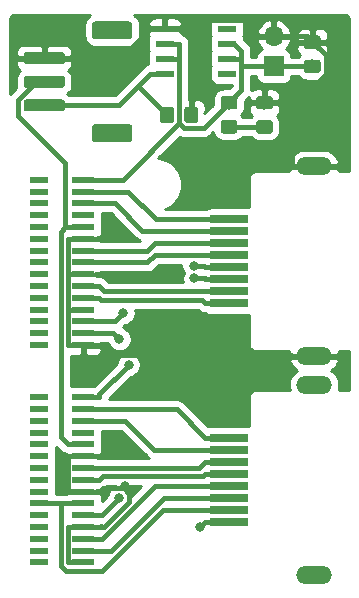
<source format=gbr>
G04 #@! TF.GenerationSoftware,KiCad,Pcbnew,(5.1.0)-1*
G04 #@! TF.CreationDate,2020-04-02T13:59:07+01:00*
G04 #@! TF.ProjectId,Camera Adapter,43616d65-7261-4204-9164-61707465722e,rev?*
G04 #@! TF.SameCoordinates,Original*
G04 #@! TF.FileFunction,Copper,L1,Top*
G04 #@! TF.FilePolarity,Positive*
%FSLAX46Y46*%
G04 Gerber Fmt 4.6, Leading zero omitted, Abs format (unit mm)*
G04 Created by KiCad (PCBNEW (5.1.0)-1) date 2020-04-02 13:59:07*
%MOMM*%
%LPD*%
G04 APERTURE LIST*
%ADD10R,3.200000X0.700000*%
%ADD11O,3.016000X1.508000*%
%ADD12C,0.100000*%
%ADD13C,1.150000*%
%ADD14R,1.650000X0.600000*%
%ADD15R,1.850000X0.600000*%
%ADD16R,1.700000X1.700000*%
%ADD17O,1.700000X1.700000*%
%ADD18C,1.000000*%
%ADD19C,1.500000*%
%ADD20R,1.650000X0.610000*%
%ADD21C,0.800000*%
%ADD22C,0.400000*%
%ADD23C,0.254000*%
G04 APERTURE END LIST*
D10*
X66200000Y-45930000D03*
X66200000Y-46950000D03*
X66200000Y-47970000D03*
X66200000Y-48990000D03*
X66200000Y-50010000D03*
X66200000Y-51030000D03*
X66200000Y-52050000D03*
X66200000Y-53070000D03*
D11*
X73400000Y-57550000D03*
X73400000Y-41450000D03*
D12*
G36*
X63349505Y-36401204D02*
G01*
X63373773Y-36404804D01*
X63397572Y-36410765D01*
X63420671Y-36419030D01*
X63442850Y-36429520D01*
X63463893Y-36442132D01*
X63483599Y-36456747D01*
X63501777Y-36473223D01*
X63518253Y-36491401D01*
X63532868Y-36511107D01*
X63545480Y-36532150D01*
X63555970Y-36554329D01*
X63564235Y-36577428D01*
X63570196Y-36601227D01*
X63573796Y-36625495D01*
X63575000Y-36649999D01*
X63575000Y-37550001D01*
X63573796Y-37574505D01*
X63570196Y-37598773D01*
X63564235Y-37622572D01*
X63555970Y-37645671D01*
X63545480Y-37667850D01*
X63532868Y-37688893D01*
X63518253Y-37708599D01*
X63501777Y-37726777D01*
X63483599Y-37743253D01*
X63463893Y-37757868D01*
X63442850Y-37770480D01*
X63420671Y-37780970D01*
X63397572Y-37789235D01*
X63373773Y-37795196D01*
X63349505Y-37798796D01*
X63325001Y-37800000D01*
X62674999Y-37800000D01*
X62650495Y-37798796D01*
X62626227Y-37795196D01*
X62602428Y-37789235D01*
X62579329Y-37780970D01*
X62557150Y-37770480D01*
X62536107Y-37757868D01*
X62516401Y-37743253D01*
X62498223Y-37726777D01*
X62481747Y-37708599D01*
X62467132Y-37688893D01*
X62454520Y-37667850D01*
X62444030Y-37645671D01*
X62435765Y-37622572D01*
X62429804Y-37598773D01*
X62426204Y-37574505D01*
X62425000Y-37550001D01*
X62425000Y-36649999D01*
X62426204Y-36625495D01*
X62429804Y-36601227D01*
X62435765Y-36577428D01*
X62444030Y-36554329D01*
X62454520Y-36532150D01*
X62467132Y-36511107D01*
X62481747Y-36491401D01*
X62498223Y-36473223D01*
X62516401Y-36456747D01*
X62536107Y-36442132D01*
X62557150Y-36429520D01*
X62579329Y-36419030D01*
X62602428Y-36410765D01*
X62626227Y-36404804D01*
X62650495Y-36401204D01*
X62674999Y-36400000D01*
X63325001Y-36400000D01*
X63349505Y-36401204D01*
X63349505Y-36401204D01*
G37*
D13*
X63000000Y-37100000D03*
D12*
G36*
X61299505Y-36401204D02*
G01*
X61323773Y-36404804D01*
X61347572Y-36410765D01*
X61370671Y-36419030D01*
X61392850Y-36429520D01*
X61413893Y-36442132D01*
X61433599Y-36456747D01*
X61451777Y-36473223D01*
X61468253Y-36491401D01*
X61482868Y-36511107D01*
X61495480Y-36532150D01*
X61505970Y-36554329D01*
X61514235Y-36577428D01*
X61520196Y-36601227D01*
X61523796Y-36625495D01*
X61525000Y-36649999D01*
X61525000Y-37550001D01*
X61523796Y-37574505D01*
X61520196Y-37598773D01*
X61514235Y-37622572D01*
X61505970Y-37645671D01*
X61495480Y-37667850D01*
X61482868Y-37688893D01*
X61468253Y-37708599D01*
X61451777Y-37726777D01*
X61433599Y-37743253D01*
X61413893Y-37757868D01*
X61392850Y-37770480D01*
X61370671Y-37780970D01*
X61347572Y-37789235D01*
X61323773Y-37795196D01*
X61299505Y-37798796D01*
X61275001Y-37800000D01*
X60624999Y-37800000D01*
X60600495Y-37798796D01*
X60576227Y-37795196D01*
X60552428Y-37789235D01*
X60529329Y-37780970D01*
X60507150Y-37770480D01*
X60486107Y-37757868D01*
X60466401Y-37743253D01*
X60448223Y-37726777D01*
X60431747Y-37708599D01*
X60417132Y-37688893D01*
X60404520Y-37667850D01*
X60394030Y-37645671D01*
X60385765Y-37622572D01*
X60379804Y-37598773D01*
X60376204Y-37574505D01*
X60375000Y-37550001D01*
X60375000Y-36649999D01*
X60376204Y-36625495D01*
X60379804Y-36601227D01*
X60385765Y-36577428D01*
X60394030Y-36554329D01*
X60404520Y-36532150D01*
X60417132Y-36511107D01*
X60431747Y-36491401D01*
X60448223Y-36473223D01*
X60466401Y-36456747D01*
X60486107Y-36442132D01*
X60507150Y-36429520D01*
X60529329Y-36419030D01*
X60552428Y-36410765D01*
X60576227Y-36404804D01*
X60600495Y-36401204D01*
X60624999Y-36400000D01*
X61275001Y-36400000D01*
X61299505Y-36401204D01*
X61299505Y-36401204D01*
G37*
D13*
X60950000Y-37100000D03*
D12*
G36*
X73724505Y-32426204D02*
G01*
X73748773Y-32429804D01*
X73772572Y-32435765D01*
X73795671Y-32444030D01*
X73817850Y-32454520D01*
X73838893Y-32467132D01*
X73858599Y-32481747D01*
X73876777Y-32498223D01*
X73893253Y-32516401D01*
X73907868Y-32536107D01*
X73920480Y-32557150D01*
X73930970Y-32579329D01*
X73939235Y-32602428D01*
X73945196Y-32626227D01*
X73948796Y-32650495D01*
X73950000Y-32674999D01*
X73950000Y-33325001D01*
X73948796Y-33349505D01*
X73945196Y-33373773D01*
X73939235Y-33397572D01*
X73930970Y-33420671D01*
X73920480Y-33442850D01*
X73907868Y-33463893D01*
X73893253Y-33483599D01*
X73876777Y-33501777D01*
X73858599Y-33518253D01*
X73838893Y-33532868D01*
X73817850Y-33545480D01*
X73795671Y-33555970D01*
X73772572Y-33564235D01*
X73748773Y-33570196D01*
X73724505Y-33573796D01*
X73700001Y-33575000D01*
X72799999Y-33575000D01*
X72775495Y-33573796D01*
X72751227Y-33570196D01*
X72727428Y-33564235D01*
X72704329Y-33555970D01*
X72682150Y-33545480D01*
X72661107Y-33532868D01*
X72641401Y-33518253D01*
X72623223Y-33501777D01*
X72606747Y-33483599D01*
X72592132Y-33463893D01*
X72579520Y-33442850D01*
X72569030Y-33420671D01*
X72560765Y-33397572D01*
X72554804Y-33373773D01*
X72551204Y-33349505D01*
X72550000Y-33325001D01*
X72550000Y-32674999D01*
X72551204Y-32650495D01*
X72554804Y-32626227D01*
X72560765Y-32602428D01*
X72569030Y-32579329D01*
X72579520Y-32557150D01*
X72592132Y-32536107D01*
X72606747Y-32516401D01*
X72623223Y-32498223D01*
X72641401Y-32481747D01*
X72661107Y-32467132D01*
X72682150Y-32454520D01*
X72704329Y-32444030D01*
X72727428Y-32435765D01*
X72751227Y-32429804D01*
X72775495Y-32426204D01*
X72799999Y-32425000D01*
X73700001Y-32425000D01*
X73724505Y-32426204D01*
X73724505Y-32426204D01*
G37*
D13*
X73250000Y-33000000D03*
D12*
G36*
X73724505Y-30376204D02*
G01*
X73748773Y-30379804D01*
X73772572Y-30385765D01*
X73795671Y-30394030D01*
X73817850Y-30404520D01*
X73838893Y-30417132D01*
X73858599Y-30431747D01*
X73876777Y-30448223D01*
X73893253Y-30466401D01*
X73907868Y-30486107D01*
X73920480Y-30507150D01*
X73930970Y-30529329D01*
X73939235Y-30552428D01*
X73945196Y-30576227D01*
X73948796Y-30600495D01*
X73950000Y-30624999D01*
X73950000Y-31275001D01*
X73948796Y-31299505D01*
X73945196Y-31323773D01*
X73939235Y-31347572D01*
X73930970Y-31370671D01*
X73920480Y-31392850D01*
X73907868Y-31413893D01*
X73893253Y-31433599D01*
X73876777Y-31451777D01*
X73858599Y-31468253D01*
X73838893Y-31482868D01*
X73817850Y-31495480D01*
X73795671Y-31505970D01*
X73772572Y-31514235D01*
X73748773Y-31520196D01*
X73724505Y-31523796D01*
X73700001Y-31525000D01*
X72799999Y-31525000D01*
X72775495Y-31523796D01*
X72751227Y-31520196D01*
X72727428Y-31514235D01*
X72704329Y-31505970D01*
X72682150Y-31495480D01*
X72661107Y-31482868D01*
X72641401Y-31468253D01*
X72623223Y-31451777D01*
X72606747Y-31433599D01*
X72592132Y-31413893D01*
X72579520Y-31392850D01*
X72569030Y-31370671D01*
X72560765Y-31347572D01*
X72554804Y-31323773D01*
X72551204Y-31299505D01*
X72550000Y-31275001D01*
X72550000Y-30624999D01*
X72551204Y-30600495D01*
X72554804Y-30576227D01*
X72560765Y-30552428D01*
X72569030Y-30529329D01*
X72579520Y-30507150D01*
X72592132Y-30486107D01*
X72606747Y-30466401D01*
X72623223Y-30448223D01*
X72641401Y-30431747D01*
X72661107Y-30417132D01*
X72682150Y-30404520D01*
X72704329Y-30394030D01*
X72727428Y-30385765D01*
X72751227Y-30379804D01*
X72775495Y-30376204D01*
X72799999Y-30375000D01*
X73700001Y-30375000D01*
X73724505Y-30376204D01*
X73724505Y-30376204D01*
G37*
D13*
X73250000Y-30950000D03*
D12*
G36*
X69674505Y-35501204D02*
G01*
X69698773Y-35504804D01*
X69722572Y-35510765D01*
X69745671Y-35519030D01*
X69767850Y-35529520D01*
X69788893Y-35542132D01*
X69808599Y-35556747D01*
X69826777Y-35573223D01*
X69843253Y-35591401D01*
X69857868Y-35611107D01*
X69870480Y-35632150D01*
X69880970Y-35654329D01*
X69889235Y-35677428D01*
X69895196Y-35701227D01*
X69898796Y-35725495D01*
X69900000Y-35749999D01*
X69900000Y-36400001D01*
X69898796Y-36424505D01*
X69895196Y-36448773D01*
X69889235Y-36472572D01*
X69880970Y-36495671D01*
X69870480Y-36517850D01*
X69857868Y-36538893D01*
X69843253Y-36558599D01*
X69826777Y-36576777D01*
X69808599Y-36593253D01*
X69788893Y-36607868D01*
X69767850Y-36620480D01*
X69745671Y-36630970D01*
X69722572Y-36639235D01*
X69698773Y-36645196D01*
X69674505Y-36648796D01*
X69650001Y-36650000D01*
X68749999Y-36650000D01*
X68725495Y-36648796D01*
X68701227Y-36645196D01*
X68677428Y-36639235D01*
X68654329Y-36630970D01*
X68632150Y-36620480D01*
X68611107Y-36607868D01*
X68591401Y-36593253D01*
X68573223Y-36576777D01*
X68556747Y-36558599D01*
X68542132Y-36538893D01*
X68529520Y-36517850D01*
X68519030Y-36495671D01*
X68510765Y-36472572D01*
X68504804Y-36448773D01*
X68501204Y-36424505D01*
X68500000Y-36400001D01*
X68500000Y-35749999D01*
X68501204Y-35725495D01*
X68504804Y-35701227D01*
X68510765Y-35677428D01*
X68519030Y-35654329D01*
X68529520Y-35632150D01*
X68542132Y-35611107D01*
X68556747Y-35591401D01*
X68573223Y-35573223D01*
X68591401Y-35556747D01*
X68611107Y-35542132D01*
X68632150Y-35529520D01*
X68654329Y-35519030D01*
X68677428Y-35510765D01*
X68701227Y-35504804D01*
X68725495Y-35501204D01*
X68749999Y-35500000D01*
X69650001Y-35500000D01*
X69674505Y-35501204D01*
X69674505Y-35501204D01*
G37*
D13*
X69200000Y-36075000D03*
D12*
G36*
X69674505Y-37551204D02*
G01*
X69698773Y-37554804D01*
X69722572Y-37560765D01*
X69745671Y-37569030D01*
X69767850Y-37579520D01*
X69788893Y-37592132D01*
X69808599Y-37606747D01*
X69826777Y-37623223D01*
X69843253Y-37641401D01*
X69857868Y-37661107D01*
X69870480Y-37682150D01*
X69880970Y-37704329D01*
X69889235Y-37727428D01*
X69895196Y-37751227D01*
X69898796Y-37775495D01*
X69900000Y-37799999D01*
X69900000Y-38450001D01*
X69898796Y-38474505D01*
X69895196Y-38498773D01*
X69889235Y-38522572D01*
X69880970Y-38545671D01*
X69870480Y-38567850D01*
X69857868Y-38588893D01*
X69843253Y-38608599D01*
X69826777Y-38626777D01*
X69808599Y-38643253D01*
X69788893Y-38657868D01*
X69767850Y-38670480D01*
X69745671Y-38680970D01*
X69722572Y-38689235D01*
X69698773Y-38695196D01*
X69674505Y-38698796D01*
X69650001Y-38700000D01*
X68749999Y-38700000D01*
X68725495Y-38698796D01*
X68701227Y-38695196D01*
X68677428Y-38689235D01*
X68654329Y-38680970D01*
X68632150Y-38670480D01*
X68611107Y-38657868D01*
X68591401Y-38643253D01*
X68573223Y-38626777D01*
X68556747Y-38608599D01*
X68542132Y-38588893D01*
X68529520Y-38567850D01*
X68519030Y-38545671D01*
X68510765Y-38522572D01*
X68504804Y-38498773D01*
X68501204Y-38474505D01*
X68500000Y-38450001D01*
X68500000Y-37799999D01*
X68501204Y-37775495D01*
X68504804Y-37751227D01*
X68510765Y-37727428D01*
X68519030Y-37704329D01*
X68529520Y-37682150D01*
X68542132Y-37661107D01*
X68556747Y-37641401D01*
X68573223Y-37623223D01*
X68591401Y-37606747D01*
X68611107Y-37592132D01*
X68632150Y-37579520D01*
X68654329Y-37569030D01*
X68677428Y-37560765D01*
X68701227Y-37554804D01*
X68725495Y-37551204D01*
X68749999Y-37550000D01*
X69650001Y-37550000D01*
X69674505Y-37551204D01*
X69674505Y-37551204D01*
G37*
D13*
X69200000Y-38125000D03*
D14*
X50125000Y-42600000D03*
X50125000Y-43600000D03*
X50125000Y-44600000D03*
X50125000Y-45600000D03*
X50125000Y-46600000D03*
X50125000Y-47600000D03*
X50125000Y-48600000D03*
X50125000Y-49600000D03*
X50125000Y-50600000D03*
X50125000Y-51600000D03*
X50125000Y-52600000D03*
X50125000Y-53600000D03*
X50125000Y-54600000D03*
X50125000Y-55600000D03*
X50125000Y-56600000D03*
D15*
X53875000Y-42600000D03*
X53875000Y-43600000D03*
X53875000Y-44600000D03*
X53875000Y-45600000D03*
X53875000Y-46600000D03*
X53875000Y-47600000D03*
X53875000Y-48600000D03*
X53875000Y-49600000D03*
X53875000Y-50600000D03*
X53875000Y-51600000D03*
X53875000Y-52600000D03*
X53875000Y-53600000D03*
X53875000Y-54600000D03*
X53875000Y-55600000D03*
X53875000Y-56600000D03*
D16*
X70000000Y-33000000D03*
D17*
X70000000Y-30460000D03*
D12*
G36*
X52074504Y-35801204D02*
G01*
X52098773Y-35804804D01*
X52122571Y-35810765D01*
X52145671Y-35819030D01*
X52167849Y-35829520D01*
X52188893Y-35842133D01*
X52208598Y-35856747D01*
X52226777Y-35873223D01*
X52243253Y-35891402D01*
X52257867Y-35911107D01*
X52270480Y-35932151D01*
X52280970Y-35954329D01*
X52289235Y-35977429D01*
X52295196Y-36001227D01*
X52298796Y-36025496D01*
X52300000Y-36050000D01*
X52300000Y-36550000D01*
X52298796Y-36574504D01*
X52295196Y-36598773D01*
X52289235Y-36622571D01*
X52280970Y-36645671D01*
X52270480Y-36667849D01*
X52257867Y-36688893D01*
X52243253Y-36708598D01*
X52226777Y-36726777D01*
X52208598Y-36743253D01*
X52188893Y-36757867D01*
X52167849Y-36770480D01*
X52145671Y-36780970D01*
X52122571Y-36789235D01*
X52098773Y-36795196D01*
X52074504Y-36798796D01*
X52050000Y-36800000D01*
X49050000Y-36800000D01*
X49025496Y-36798796D01*
X49001227Y-36795196D01*
X48977429Y-36789235D01*
X48954329Y-36780970D01*
X48932151Y-36770480D01*
X48911107Y-36757867D01*
X48891402Y-36743253D01*
X48873223Y-36726777D01*
X48856747Y-36708598D01*
X48842133Y-36688893D01*
X48829520Y-36667849D01*
X48819030Y-36645671D01*
X48810765Y-36622571D01*
X48804804Y-36598773D01*
X48801204Y-36574504D01*
X48800000Y-36550000D01*
X48800000Y-36050000D01*
X48801204Y-36025496D01*
X48804804Y-36001227D01*
X48810765Y-35977429D01*
X48819030Y-35954329D01*
X48829520Y-35932151D01*
X48842133Y-35911107D01*
X48856747Y-35891402D01*
X48873223Y-35873223D01*
X48891402Y-35856747D01*
X48911107Y-35842133D01*
X48932151Y-35829520D01*
X48954329Y-35819030D01*
X48977429Y-35810765D01*
X49001227Y-35804804D01*
X49025496Y-35801204D01*
X49050000Y-35800000D01*
X52050000Y-35800000D01*
X52074504Y-35801204D01*
X52074504Y-35801204D01*
G37*
D18*
X50550000Y-36300000D03*
D12*
G36*
X52074504Y-33801204D02*
G01*
X52098773Y-33804804D01*
X52122571Y-33810765D01*
X52145671Y-33819030D01*
X52167849Y-33829520D01*
X52188893Y-33842133D01*
X52208598Y-33856747D01*
X52226777Y-33873223D01*
X52243253Y-33891402D01*
X52257867Y-33911107D01*
X52270480Y-33932151D01*
X52280970Y-33954329D01*
X52289235Y-33977429D01*
X52295196Y-34001227D01*
X52298796Y-34025496D01*
X52300000Y-34050000D01*
X52300000Y-34550000D01*
X52298796Y-34574504D01*
X52295196Y-34598773D01*
X52289235Y-34622571D01*
X52280970Y-34645671D01*
X52270480Y-34667849D01*
X52257867Y-34688893D01*
X52243253Y-34708598D01*
X52226777Y-34726777D01*
X52208598Y-34743253D01*
X52188893Y-34757867D01*
X52167849Y-34770480D01*
X52145671Y-34780970D01*
X52122571Y-34789235D01*
X52098773Y-34795196D01*
X52074504Y-34798796D01*
X52050000Y-34800000D01*
X49050000Y-34800000D01*
X49025496Y-34798796D01*
X49001227Y-34795196D01*
X48977429Y-34789235D01*
X48954329Y-34780970D01*
X48932151Y-34770480D01*
X48911107Y-34757867D01*
X48891402Y-34743253D01*
X48873223Y-34726777D01*
X48856747Y-34708598D01*
X48842133Y-34688893D01*
X48829520Y-34667849D01*
X48819030Y-34645671D01*
X48810765Y-34622571D01*
X48804804Y-34598773D01*
X48801204Y-34574504D01*
X48800000Y-34550000D01*
X48800000Y-34050000D01*
X48801204Y-34025496D01*
X48804804Y-34001227D01*
X48810765Y-33977429D01*
X48819030Y-33954329D01*
X48829520Y-33932151D01*
X48842133Y-33911107D01*
X48856747Y-33891402D01*
X48873223Y-33873223D01*
X48891402Y-33856747D01*
X48911107Y-33842133D01*
X48932151Y-33829520D01*
X48954329Y-33819030D01*
X48977429Y-33810765D01*
X49001227Y-33804804D01*
X49025496Y-33801204D01*
X49050000Y-33800000D01*
X52050000Y-33800000D01*
X52074504Y-33801204D01*
X52074504Y-33801204D01*
G37*
D18*
X50550000Y-34300000D03*
D12*
G36*
X52074504Y-31801204D02*
G01*
X52098773Y-31804804D01*
X52122571Y-31810765D01*
X52145671Y-31819030D01*
X52167849Y-31829520D01*
X52188893Y-31842133D01*
X52208598Y-31856747D01*
X52226777Y-31873223D01*
X52243253Y-31891402D01*
X52257867Y-31911107D01*
X52270480Y-31932151D01*
X52280970Y-31954329D01*
X52289235Y-31977429D01*
X52295196Y-32001227D01*
X52298796Y-32025496D01*
X52300000Y-32050000D01*
X52300000Y-32550000D01*
X52298796Y-32574504D01*
X52295196Y-32598773D01*
X52289235Y-32622571D01*
X52280970Y-32645671D01*
X52270480Y-32667849D01*
X52257867Y-32688893D01*
X52243253Y-32708598D01*
X52226777Y-32726777D01*
X52208598Y-32743253D01*
X52188893Y-32757867D01*
X52167849Y-32770480D01*
X52145671Y-32780970D01*
X52122571Y-32789235D01*
X52098773Y-32795196D01*
X52074504Y-32798796D01*
X52050000Y-32800000D01*
X49050000Y-32800000D01*
X49025496Y-32798796D01*
X49001227Y-32795196D01*
X48977429Y-32789235D01*
X48954329Y-32780970D01*
X48932151Y-32770480D01*
X48911107Y-32757867D01*
X48891402Y-32743253D01*
X48873223Y-32726777D01*
X48856747Y-32708598D01*
X48842133Y-32688893D01*
X48829520Y-32667849D01*
X48819030Y-32645671D01*
X48810765Y-32622571D01*
X48804804Y-32598773D01*
X48801204Y-32574504D01*
X48800000Y-32550000D01*
X48800000Y-32050000D01*
X48801204Y-32025496D01*
X48804804Y-32001227D01*
X48810765Y-31977429D01*
X48819030Y-31954329D01*
X48829520Y-31932151D01*
X48842133Y-31911107D01*
X48856747Y-31891402D01*
X48873223Y-31873223D01*
X48891402Y-31856747D01*
X48911107Y-31842133D01*
X48932151Y-31829520D01*
X48954329Y-31819030D01*
X48977429Y-31810765D01*
X49001227Y-31804804D01*
X49025496Y-31801204D01*
X49050000Y-31800000D01*
X52050000Y-31800000D01*
X52074504Y-31801204D01*
X52074504Y-31801204D01*
G37*
D18*
X50550000Y-32300000D03*
D12*
G36*
X57774504Y-37901204D02*
G01*
X57798773Y-37904804D01*
X57822571Y-37910765D01*
X57845671Y-37919030D01*
X57867849Y-37929520D01*
X57888893Y-37942133D01*
X57908598Y-37956747D01*
X57926777Y-37973223D01*
X57943253Y-37991402D01*
X57957867Y-38011107D01*
X57970480Y-38032151D01*
X57980970Y-38054329D01*
X57989235Y-38077429D01*
X57995196Y-38101227D01*
X57998796Y-38125496D01*
X58000000Y-38150000D01*
X58000000Y-39150000D01*
X57998796Y-39174504D01*
X57995196Y-39198773D01*
X57989235Y-39222571D01*
X57980970Y-39245671D01*
X57970480Y-39267849D01*
X57957867Y-39288893D01*
X57943253Y-39308598D01*
X57926777Y-39326777D01*
X57908598Y-39343253D01*
X57888893Y-39357867D01*
X57867849Y-39370480D01*
X57845671Y-39380970D01*
X57822571Y-39389235D01*
X57798773Y-39395196D01*
X57774504Y-39398796D01*
X57750000Y-39400000D01*
X54850000Y-39400000D01*
X54825496Y-39398796D01*
X54801227Y-39395196D01*
X54777429Y-39389235D01*
X54754329Y-39380970D01*
X54732151Y-39370480D01*
X54711107Y-39357867D01*
X54691402Y-39343253D01*
X54673223Y-39326777D01*
X54656747Y-39308598D01*
X54642133Y-39288893D01*
X54629520Y-39267849D01*
X54619030Y-39245671D01*
X54610765Y-39222571D01*
X54604804Y-39198773D01*
X54601204Y-39174504D01*
X54600000Y-39150000D01*
X54600000Y-38150000D01*
X54601204Y-38125496D01*
X54604804Y-38101227D01*
X54610765Y-38077429D01*
X54619030Y-38054329D01*
X54629520Y-38032151D01*
X54642133Y-38011107D01*
X54656747Y-37991402D01*
X54673223Y-37973223D01*
X54691402Y-37956747D01*
X54711107Y-37942133D01*
X54732151Y-37929520D01*
X54754329Y-37919030D01*
X54777429Y-37910765D01*
X54801227Y-37904804D01*
X54825496Y-37901204D01*
X54850000Y-37900000D01*
X57750000Y-37900000D01*
X57774504Y-37901204D01*
X57774504Y-37901204D01*
G37*
D19*
X56300000Y-38650000D03*
D12*
G36*
X57774504Y-29201204D02*
G01*
X57798773Y-29204804D01*
X57822571Y-29210765D01*
X57845671Y-29219030D01*
X57867849Y-29229520D01*
X57888893Y-29242133D01*
X57908598Y-29256747D01*
X57926777Y-29273223D01*
X57943253Y-29291402D01*
X57957867Y-29311107D01*
X57970480Y-29332151D01*
X57980970Y-29354329D01*
X57989235Y-29377429D01*
X57995196Y-29401227D01*
X57998796Y-29425496D01*
X58000000Y-29450000D01*
X58000000Y-30450000D01*
X57998796Y-30474504D01*
X57995196Y-30498773D01*
X57989235Y-30522571D01*
X57980970Y-30545671D01*
X57970480Y-30567849D01*
X57957867Y-30588893D01*
X57943253Y-30608598D01*
X57926777Y-30626777D01*
X57908598Y-30643253D01*
X57888893Y-30657867D01*
X57867849Y-30670480D01*
X57845671Y-30680970D01*
X57822571Y-30689235D01*
X57798773Y-30695196D01*
X57774504Y-30698796D01*
X57750000Y-30700000D01*
X54850000Y-30700000D01*
X54825496Y-30698796D01*
X54801227Y-30695196D01*
X54777429Y-30689235D01*
X54754329Y-30680970D01*
X54732151Y-30670480D01*
X54711107Y-30657867D01*
X54691402Y-30643253D01*
X54673223Y-30626777D01*
X54656747Y-30608598D01*
X54642133Y-30588893D01*
X54629520Y-30567849D01*
X54619030Y-30545671D01*
X54610765Y-30522571D01*
X54604804Y-30498773D01*
X54601204Y-30474504D01*
X54600000Y-30450000D01*
X54600000Y-29450000D01*
X54601204Y-29425496D01*
X54604804Y-29401227D01*
X54610765Y-29377429D01*
X54619030Y-29354329D01*
X54629520Y-29332151D01*
X54642133Y-29311107D01*
X54656747Y-29291402D01*
X54673223Y-29273223D01*
X54691402Y-29256747D01*
X54711107Y-29242133D01*
X54732151Y-29229520D01*
X54754329Y-29219030D01*
X54777429Y-29210765D01*
X54801227Y-29204804D01*
X54825496Y-29201204D01*
X54850000Y-29200000D01*
X57750000Y-29200000D01*
X57774504Y-29201204D01*
X57774504Y-29201204D01*
G37*
D19*
X56300000Y-29950000D03*
D15*
X53875000Y-75000000D03*
X53875000Y-74000000D03*
X53875000Y-73000000D03*
X53875000Y-72000000D03*
X53875000Y-71000000D03*
X53875000Y-70000000D03*
X53875000Y-69000000D03*
X53875000Y-68000000D03*
X53875000Y-67000000D03*
X53875000Y-66000000D03*
X53875000Y-65000000D03*
X53875000Y-64000000D03*
X53875000Y-63000000D03*
X53875000Y-62000000D03*
X53875000Y-61000000D03*
D14*
X50125000Y-75000000D03*
X50125000Y-74000000D03*
X50125000Y-73000000D03*
X50125000Y-72000000D03*
X50125000Y-71000000D03*
X50125000Y-70000000D03*
X50125000Y-69000000D03*
X50125000Y-68000000D03*
X50125000Y-67000000D03*
X50125000Y-66000000D03*
X50125000Y-65000000D03*
X50125000Y-64000000D03*
X50125000Y-63000000D03*
X50125000Y-62000000D03*
X50125000Y-61000000D03*
D11*
X73400000Y-59950000D03*
X73400000Y-76050000D03*
D10*
X66200000Y-71570000D03*
X66200000Y-70550000D03*
X66200000Y-69530000D03*
X66200000Y-68510000D03*
X66200000Y-67490000D03*
X66200000Y-66470000D03*
X66200000Y-65450000D03*
X66200000Y-64430000D03*
D12*
G36*
X66674505Y-37551204D02*
G01*
X66698773Y-37554804D01*
X66722572Y-37560765D01*
X66745671Y-37569030D01*
X66767850Y-37579520D01*
X66788893Y-37592132D01*
X66808599Y-37606747D01*
X66826777Y-37623223D01*
X66843253Y-37641401D01*
X66857868Y-37661107D01*
X66870480Y-37682150D01*
X66880970Y-37704329D01*
X66889235Y-37727428D01*
X66895196Y-37751227D01*
X66898796Y-37775495D01*
X66900000Y-37799999D01*
X66900000Y-38450001D01*
X66898796Y-38474505D01*
X66895196Y-38498773D01*
X66889235Y-38522572D01*
X66880970Y-38545671D01*
X66870480Y-38567850D01*
X66857868Y-38588893D01*
X66843253Y-38608599D01*
X66826777Y-38626777D01*
X66808599Y-38643253D01*
X66788893Y-38657868D01*
X66767850Y-38670480D01*
X66745671Y-38680970D01*
X66722572Y-38689235D01*
X66698773Y-38695196D01*
X66674505Y-38698796D01*
X66650001Y-38700000D01*
X65749999Y-38700000D01*
X65725495Y-38698796D01*
X65701227Y-38695196D01*
X65677428Y-38689235D01*
X65654329Y-38680970D01*
X65632150Y-38670480D01*
X65611107Y-38657868D01*
X65591401Y-38643253D01*
X65573223Y-38626777D01*
X65556747Y-38608599D01*
X65542132Y-38588893D01*
X65529520Y-38567850D01*
X65519030Y-38545671D01*
X65510765Y-38522572D01*
X65504804Y-38498773D01*
X65501204Y-38474505D01*
X65500000Y-38450001D01*
X65500000Y-37799999D01*
X65501204Y-37775495D01*
X65504804Y-37751227D01*
X65510765Y-37727428D01*
X65519030Y-37704329D01*
X65529520Y-37682150D01*
X65542132Y-37661107D01*
X65556747Y-37641401D01*
X65573223Y-37623223D01*
X65591401Y-37606747D01*
X65611107Y-37592132D01*
X65632150Y-37579520D01*
X65654329Y-37569030D01*
X65677428Y-37560765D01*
X65701227Y-37554804D01*
X65725495Y-37551204D01*
X65749999Y-37550000D01*
X66650001Y-37550000D01*
X66674505Y-37551204D01*
X66674505Y-37551204D01*
G37*
D13*
X66200000Y-38125000D03*
D12*
G36*
X66674505Y-35501204D02*
G01*
X66698773Y-35504804D01*
X66722572Y-35510765D01*
X66745671Y-35519030D01*
X66767850Y-35529520D01*
X66788893Y-35542132D01*
X66808599Y-35556747D01*
X66826777Y-35573223D01*
X66843253Y-35591401D01*
X66857868Y-35611107D01*
X66870480Y-35632150D01*
X66880970Y-35654329D01*
X66889235Y-35677428D01*
X66895196Y-35701227D01*
X66898796Y-35725495D01*
X66900000Y-35749999D01*
X66900000Y-36400001D01*
X66898796Y-36424505D01*
X66895196Y-36448773D01*
X66889235Y-36472572D01*
X66880970Y-36495671D01*
X66870480Y-36517850D01*
X66857868Y-36538893D01*
X66843253Y-36558599D01*
X66826777Y-36576777D01*
X66808599Y-36593253D01*
X66788893Y-36607868D01*
X66767850Y-36620480D01*
X66745671Y-36630970D01*
X66722572Y-36639235D01*
X66698773Y-36645196D01*
X66674505Y-36648796D01*
X66650001Y-36650000D01*
X65749999Y-36650000D01*
X65725495Y-36648796D01*
X65701227Y-36645196D01*
X65677428Y-36639235D01*
X65654329Y-36630970D01*
X65632150Y-36620480D01*
X65611107Y-36607868D01*
X65591401Y-36593253D01*
X65573223Y-36576777D01*
X65556747Y-36558599D01*
X65542132Y-36538893D01*
X65529520Y-36517850D01*
X65519030Y-36495671D01*
X65510765Y-36472572D01*
X65504804Y-36448773D01*
X65501204Y-36424505D01*
X65500000Y-36400001D01*
X65500000Y-35749999D01*
X65501204Y-35725495D01*
X65504804Y-35701227D01*
X65510765Y-35677428D01*
X65519030Y-35654329D01*
X65529520Y-35632150D01*
X65542132Y-35611107D01*
X65556747Y-35591401D01*
X65573223Y-35573223D01*
X65591401Y-35556747D01*
X65611107Y-35542132D01*
X65632150Y-35529520D01*
X65654329Y-35519030D01*
X65677428Y-35510765D01*
X65701227Y-35504804D01*
X65725495Y-35501204D01*
X65749999Y-35500000D01*
X66650001Y-35500000D01*
X66674505Y-35501204D01*
X66674505Y-35501204D01*
G37*
D13*
X66200000Y-36075000D03*
D20*
X66030000Y-29795000D03*
X66030000Y-31065000D03*
X66030000Y-32335000D03*
X66030000Y-33605000D03*
X60770000Y-33605000D03*
X60770000Y-32335000D03*
X60770000Y-31065000D03*
X60770000Y-29795000D03*
D21*
X57431000Y-68530300D03*
X57702400Y-58271000D03*
X63200000Y-49874500D03*
X57262500Y-53865200D03*
X63275300Y-50959000D03*
X56918400Y-56102600D03*
X63754800Y-72014900D03*
X56908800Y-69533300D03*
D22*
X57269500Y-68710500D02*
X57753200Y-69194200D01*
X57753200Y-69194200D02*
X57753200Y-69847000D01*
X57753200Y-69847000D02*
X55600200Y-72000000D01*
X55600200Y-72000000D02*
X53875000Y-72000000D01*
X55200300Y-69000000D02*
X55489800Y-68710500D01*
X55489800Y-68710500D02*
X57269500Y-68710500D01*
X57269500Y-68710500D02*
X57431000Y-68549000D01*
X57431000Y-68549000D02*
X57431000Y-68530300D01*
X52699800Y-53600000D02*
X52549700Y-53750100D01*
X52549700Y-53750100D02*
X52549700Y-56600000D01*
X70000000Y-30460000D02*
X68749700Y-30460000D01*
X63000000Y-30799700D02*
X63000000Y-37100000D01*
X61995300Y-29795000D02*
X63000000Y-30799700D01*
X68749700Y-30460000D02*
X67379300Y-29089600D01*
X67379300Y-29089600D02*
X64710100Y-29089600D01*
X64710100Y-29089600D02*
X63000000Y-30799700D01*
X73250000Y-30950000D02*
X72760000Y-30460000D01*
X72760000Y-30460000D02*
X70000000Y-30460000D01*
X60770000Y-29795000D02*
X61995300Y-29795000D01*
X60157400Y-29795000D02*
X60770000Y-29795000D01*
X59544700Y-29795000D02*
X57039700Y-32300000D01*
X57039700Y-32300000D02*
X50550000Y-32300000D01*
X73400000Y-57550000D02*
X71491700Y-57550000D01*
X71491700Y-57550000D02*
X71412400Y-57470700D01*
X71412400Y-57470700D02*
X56071000Y-57470700D01*
X56071000Y-57470700D02*
X55200300Y-56600000D01*
X53875000Y-47600000D02*
X52549700Y-47600000D01*
X52549700Y-50600000D02*
X52549700Y-47600000D01*
X52699800Y-53600000D02*
X52549700Y-53449900D01*
X52549700Y-53449900D02*
X52549700Y-50600000D01*
X53875000Y-50600000D02*
X52549700Y-50600000D01*
X53875000Y-56600000D02*
X55200300Y-56600000D01*
X71491700Y-36075000D02*
X69200000Y-36075000D01*
X73250000Y-30950000D02*
X74377000Y-32077000D01*
X74377000Y-32077000D02*
X74377000Y-33619500D01*
X74377000Y-33619500D02*
X71921500Y-36075000D01*
X71921500Y-36075000D02*
X71491700Y-36075000D01*
X71491700Y-41450000D02*
X71491700Y-36075000D01*
X73400000Y-41450000D02*
X71491700Y-41450000D01*
X53875000Y-56600000D02*
X52549700Y-56600000D01*
X53875000Y-69000000D02*
X52549700Y-69000000D01*
X53875000Y-66000000D02*
X52549700Y-66000000D01*
X52549700Y-66000000D02*
X52549700Y-69000000D01*
X60157400Y-29795000D02*
X59544700Y-29795000D01*
X53875000Y-69000000D02*
X55200300Y-69000000D01*
X53875000Y-53600000D02*
X52699800Y-53600000D01*
X53875000Y-75000000D02*
X52549700Y-75000000D01*
X53875000Y-72000000D02*
X52549700Y-72000000D01*
X52549700Y-72000000D02*
X52549700Y-75000000D01*
X58499900Y-34649800D02*
X59544700Y-33605000D01*
X50550000Y-36300000D02*
X56849700Y-36300000D01*
X56849700Y-36300000D02*
X58499900Y-34649800D01*
X58499900Y-34649800D02*
X60950000Y-37100000D01*
X60770000Y-33605000D02*
X59544700Y-33605000D01*
X61995300Y-37812300D02*
X62388900Y-38205900D01*
X62388900Y-38205900D02*
X64069100Y-38205900D01*
X64069100Y-38205900D02*
X66200000Y-36075000D01*
X61995300Y-32335000D02*
X61995300Y-37812300D01*
X61995300Y-37812300D02*
X57207600Y-42600000D01*
X57207600Y-42600000D02*
X55200300Y-42600000D01*
X53875000Y-42600000D02*
X55200300Y-42600000D01*
X61845200Y-32335000D02*
X61995300Y-32335000D01*
X61995300Y-32335000D02*
X61995300Y-31065000D01*
X60770000Y-32335000D02*
X61845200Y-32335000D01*
X60770000Y-31065000D02*
X61995300Y-31065000D01*
X53875000Y-61000000D02*
X55200300Y-61000000D01*
X57702400Y-58271000D02*
X55200300Y-60773100D01*
X55200300Y-60773100D02*
X55200300Y-61000000D01*
X67255300Y-33000000D02*
X67255300Y-35019700D01*
X67255300Y-35019700D02*
X66200000Y-36075000D01*
X67255300Y-33000000D02*
X67255300Y-32335000D01*
X67255300Y-33000000D02*
X68749700Y-33000000D01*
X70000000Y-33000000D02*
X68749700Y-33000000D01*
X66642700Y-31065000D02*
X67255300Y-31677600D01*
X67255300Y-31677600D02*
X67255300Y-32335000D01*
X66030000Y-32335000D02*
X67255300Y-32335000D01*
X66030000Y-31065000D02*
X66642700Y-31065000D01*
X70000000Y-33000000D02*
X73250000Y-33000000D01*
X69200000Y-38125000D02*
X66200000Y-38125000D01*
X66200000Y-45930000D02*
X59992900Y-45930000D01*
X59992900Y-45930000D02*
X57662900Y-43600000D01*
X57662900Y-43600000D02*
X53875000Y-43600000D01*
X66200000Y-46950000D02*
X58868300Y-46950000D01*
X58868300Y-46950000D02*
X56518300Y-44600000D01*
X56518300Y-44600000D02*
X53875000Y-44600000D01*
X53875000Y-65000000D02*
X52549700Y-65000000D01*
X52549700Y-65000000D02*
X51943900Y-64394200D01*
X51943900Y-64394200D02*
X51943900Y-47005800D01*
X51943900Y-47005800D02*
X52349700Y-46600000D01*
X52349700Y-46600000D02*
X52349700Y-41145500D01*
X52349700Y-41145500D02*
X48373000Y-37168800D01*
X48373000Y-37168800D02*
X48373000Y-35807100D01*
X48373000Y-35807100D02*
X49880100Y-34300000D01*
X49880100Y-34300000D02*
X50550000Y-34300000D01*
X52349700Y-46600000D02*
X52549700Y-46600000D01*
X53875000Y-46600000D02*
X52549700Y-46600000D01*
X53875000Y-48600000D02*
X59272100Y-48600000D01*
X59272100Y-48600000D02*
X59902100Y-47970000D01*
X59902100Y-47970000D02*
X66200000Y-47970000D01*
X53875000Y-49600000D02*
X55200300Y-49600000D01*
X66200000Y-48990000D02*
X59899600Y-48990000D01*
X59899600Y-48990000D02*
X59289600Y-49600000D01*
X59289600Y-49600000D02*
X55200300Y-49600000D01*
X66200000Y-52050000D02*
X64199700Y-52050000D01*
X53875000Y-51600000D02*
X55200300Y-51600000D01*
X55200300Y-51600000D02*
X55650300Y-52050000D01*
X55650300Y-52050000D02*
X64199700Y-52050000D01*
X66200000Y-53070000D02*
X64199700Y-53070000D01*
X53875000Y-52600000D02*
X55200300Y-52600000D01*
X55200300Y-52600000D02*
X55400700Y-52800400D01*
X55400700Y-52800400D02*
X63930100Y-52800400D01*
X63930100Y-52800400D02*
X64199700Y-53070000D01*
X66200000Y-50010000D02*
X64199700Y-50010000D01*
X63200000Y-49874500D02*
X64064200Y-49874500D01*
X64064200Y-49874500D02*
X64199700Y-50010000D01*
X53875000Y-54600000D02*
X56527700Y-54600000D01*
X56527700Y-54600000D02*
X57262500Y-53865200D01*
X63275300Y-50959000D02*
X64128700Y-50959000D01*
X64128700Y-50959000D02*
X64199700Y-51030000D01*
X66200000Y-51030000D02*
X64199700Y-51030000D01*
X53875000Y-55600000D02*
X56415800Y-55600000D01*
X56415800Y-55600000D02*
X56918400Y-56102600D01*
X66200000Y-69530000D02*
X60669800Y-69530000D01*
X60669800Y-69530000D02*
X56199800Y-74000000D01*
X56199800Y-74000000D02*
X53875000Y-74000000D01*
X64199700Y-68510000D02*
X59939300Y-68510000D01*
X59939300Y-68510000D02*
X55449300Y-73000000D01*
X55449300Y-73000000D02*
X53875000Y-73000000D01*
X66200000Y-68510000D02*
X64199700Y-68510000D01*
X53875000Y-71000000D02*
X55442100Y-71000000D01*
X55442100Y-71000000D02*
X56908800Y-69533300D01*
X63754800Y-72014900D02*
X64199700Y-71570000D01*
X66200000Y-71570000D02*
X64199700Y-71570000D01*
X51935700Y-70000000D02*
X51935700Y-75289100D01*
X51935700Y-75289100D02*
X52388500Y-75741900D01*
X52388500Y-75741900D02*
X55407700Y-75741900D01*
X55407700Y-75741900D02*
X60599600Y-70550000D01*
X60599600Y-70550000D02*
X66200000Y-70550000D01*
X51935700Y-70000000D02*
X53875000Y-70000000D01*
X51350300Y-70000000D02*
X51935700Y-70000000D01*
X50125000Y-70000000D02*
X51350300Y-70000000D01*
X53875000Y-68000000D02*
X55200300Y-68000000D01*
X66200000Y-67490000D02*
X64199700Y-67490000D01*
X64199700Y-67490000D02*
X63989300Y-67700400D01*
X63989300Y-67700400D02*
X55499900Y-67700400D01*
X55499900Y-67700400D02*
X55200300Y-68000000D01*
X66200000Y-66470000D02*
X64199700Y-66470000D01*
X64199700Y-66470000D02*
X63669700Y-67000000D01*
X63669700Y-67000000D02*
X53875000Y-67000000D01*
X66200000Y-65450000D02*
X59832300Y-65450000D01*
X59832300Y-65450000D02*
X57382300Y-63000000D01*
X57382300Y-63000000D02*
X53875000Y-63000000D01*
X53875000Y-62000000D02*
X61769700Y-62000000D01*
X61769700Y-62000000D02*
X64199700Y-64430000D01*
X66200000Y-64430000D02*
X64199700Y-64430000D01*
D23*
G36*
X54022000Y-72061928D02*
G01*
X53728000Y-72061928D01*
X53728000Y-71938072D01*
X54022000Y-71938072D01*
X54022000Y-72061928D01*
X54022000Y-72061928D01*
G37*
X54022000Y-72061928D02*
X53728000Y-72061928D01*
X53728000Y-71938072D01*
X54022000Y-71938072D01*
X54022000Y-72061928D01*
G36*
X55430532Y-71837901D02*
G01*
X55395435Y-71872998D01*
X55276252Y-71872998D01*
X55314250Y-71835000D01*
X55401082Y-71835000D01*
X55430532Y-71837901D01*
X55430532Y-71837901D01*
G37*
X55430532Y-71837901D02*
X55395435Y-71872998D01*
X55276252Y-71872998D01*
X55314250Y-71835000D01*
X55401082Y-71835000D01*
X55430532Y-71837901D01*
G36*
X59212859Y-66011427D02*
G01*
X59239009Y-66043291D01*
X59366154Y-66147636D01*
X59398640Y-66165000D01*
X55314250Y-66165000D01*
X55276250Y-66127000D01*
X55075053Y-66127000D01*
X55044180Y-66110498D01*
X54924482Y-66074188D01*
X54800000Y-66061928D01*
X52950000Y-66061928D01*
X52825518Y-66074188D01*
X52705820Y-66110498D01*
X52674947Y-66127000D01*
X52473750Y-66127000D01*
X52315000Y-66285750D01*
X52311928Y-66300000D01*
X52324188Y-66424482D01*
X52347096Y-66500000D01*
X52324188Y-66575518D01*
X52311928Y-66700000D01*
X52311928Y-67300000D01*
X52324188Y-67424482D01*
X52347096Y-67500000D01*
X52324188Y-67575518D01*
X52311928Y-67700000D01*
X52311928Y-68300000D01*
X52324188Y-68424482D01*
X52347096Y-68500000D01*
X52324188Y-68575518D01*
X52311928Y-68700000D01*
X52315000Y-68714250D01*
X52473750Y-68873000D01*
X52674947Y-68873000D01*
X52705820Y-68889502D01*
X52825518Y-68925812D01*
X52950000Y-68938072D01*
X54800000Y-68938072D01*
X54924482Y-68925812D01*
X55044180Y-68889502D01*
X55075053Y-68873000D01*
X55276250Y-68873000D01*
X55322218Y-68827032D01*
X55363989Y-68822918D01*
X55521387Y-68775172D01*
X55666446Y-68697636D01*
X55793591Y-68593291D01*
X55819746Y-68561421D01*
X55845767Y-68535400D01*
X56620345Y-68535400D01*
X56606902Y-68538074D01*
X56418544Y-68616095D01*
X56249026Y-68729363D01*
X56104863Y-68873526D01*
X55991595Y-69043044D01*
X55913574Y-69231402D01*
X55884708Y-69376525D01*
X55438072Y-69823161D01*
X55438072Y-69700000D01*
X55425812Y-69575518D01*
X55402904Y-69500000D01*
X55425812Y-69424482D01*
X55438072Y-69300000D01*
X55435000Y-69285750D01*
X55276250Y-69127000D01*
X55075053Y-69127000D01*
X55044180Y-69110498D01*
X54924482Y-69074188D01*
X54800000Y-69061928D01*
X52950000Y-69061928D01*
X52825518Y-69074188D01*
X52705820Y-69110498D01*
X52674947Y-69127000D01*
X52473750Y-69127000D01*
X52435750Y-69165000D01*
X51976718Y-69165000D01*
X51935700Y-69160960D01*
X51894681Y-69165000D01*
X51588072Y-69165000D01*
X51588072Y-68700000D01*
X51575812Y-68575518D01*
X51552904Y-68500000D01*
X51575812Y-68424482D01*
X51588072Y-68300000D01*
X51588072Y-67700000D01*
X51575812Y-67575518D01*
X51552904Y-67500000D01*
X51575812Y-67424482D01*
X51588072Y-67300000D01*
X51588072Y-66700000D01*
X51575812Y-66575518D01*
X51552904Y-66500000D01*
X51575812Y-66424482D01*
X51588072Y-66300000D01*
X51588072Y-65700000D01*
X51575812Y-65575518D01*
X51552904Y-65500000D01*
X51575812Y-65424482D01*
X51588072Y-65300000D01*
X51588072Y-65219240D01*
X51930262Y-65561431D01*
X51956409Y-65593291D01*
X51988268Y-65619437D01*
X51988270Y-65619439D01*
X52019723Y-65645251D01*
X52083554Y-65697636D01*
X52228613Y-65775172D01*
X52386011Y-65822918D01*
X52427782Y-65827032D01*
X52473750Y-65873000D01*
X52674947Y-65873000D01*
X52705820Y-65889502D01*
X52825518Y-65925812D01*
X52950000Y-65938072D01*
X54800000Y-65938072D01*
X54924482Y-65925812D01*
X55044180Y-65889502D01*
X55075053Y-65873000D01*
X55276250Y-65873000D01*
X55435000Y-65714250D01*
X55438072Y-65700000D01*
X55425812Y-65575518D01*
X55402904Y-65500000D01*
X55425812Y-65424482D01*
X55438072Y-65300000D01*
X55438072Y-64700000D01*
X55425812Y-64575518D01*
X55402904Y-64500000D01*
X55425812Y-64424482D01*
X55438072Y-64300000D01*
X55438072Y-63835000D01*
X57036433Y-63835000D01*
X59212859Y-66011427D01*
X59212859Y-66011427D01*
G37*
X59212859Y-66011427D02*
X59239009Y-66043291D01*
X59366154Y-66147636D01*
X59398640Y-66165000D01*
X55314250Y-66165000D01*
X55276250Y-66127000D01*
X55075053Y-66127000D01*
X55044180Y-66110498D01*
X54924482Y-66074188D01*
X54800000Y-66061928D01*
X52950000Y-66061928D01*
X52825518Y-66074188D01*
X52705820Y-66110498D01*
X52674947Y-66127000D01*
X52473750Y-66127000D01*
X52315000Y-66285750D01*
X52311928Y-66300000D01*
X52324188Y-66424482D01*
X52347096Y-66500000D01*
X52324188Y-66575518D01*
X52311928Y-66700000D01*
X52311928Y-67300000D01*
X52324188Y-67424482D01*
X52347096Y-67500000D01*
X52324188Y-67575518D01*
X52311928Y-67700000D01*
X52311928Y-68300000D01*
X52324188Y-68424482D01*
X52347096Y-68500000D01*
X52324188Y-68575518D01*
X52311928Y-68700000D01*
X52315000Y-68714250D01*
X52473750Y-68873000D01*
X52674947Y-68873000D01*
X52705820Y-68889502D01*
X52825518Y-68925812D01*
X52950000Y-68938072D01*
X54800000Y-68938072D01*
X54924482Y-68925812D01*
X55044180Y-68889502D01*
X55075053Y-68873000D01*
X55276250Y-68873000D01*
X55322218Y-68827032D01*
X55363989Y-68822918D01*
X55521387Y-68775172D01*
X55666446Y-68697636D01*
X55793591Y-68593291D01*
X55819746Y-68561421D01*
X55845767Y-68535400D01*
X56620345Y-68535400D01*
X56606902Y-68538074D01*
X56418544Y-68616095D01*
X56249026Y-68729363D01*
X56104863Y-68873526D01*
X55991595Y-69043044D01*
X55913574Y-69231402D01*
X55884708Y-69376525D01*
X55438072Y-69823161D01*
X55438072Y-69700000D01*
X55425812Y-69575518D01*
X55402904Y-69500000D01*
X55425812Y-69424482D01*
X55438072Y-69300000D01*
X55435000Y-69285750D01*
X55276250Y-69127000D01*
X55075053Y-69127000D01*
X55044180Y-69110498D01*
X54924482Y-69074188D01*
X54800000Y-69061928D01*
X52950000Y-69061928D01*
X52825518Y-69074188D01*
X52705820Y-69110498D01*
X52674947Y-69127000D01*
X52473750Y-69127000D01*
X52435750Y-69165000D01*
X51976718Y-69165000D01*
X51935700Y-69160960D01*
X51894681Y-69165000D01*
X51588072Y-69165000D01*
X51588072Y-68700000D01*
X51575812Y-68575518D01*
X51552904Y-68500000D01*
X51575812Y-68424482D01*
X51588072Y-68300000D01*
X51588072Y-67700000D01*
X51575812Y-67575518D01*
X51552904Y-67500000D01*
X51575812Y-67424482D01*
X51588072Y-67300000D01*
X51588072Y-66700000D01*
X51575812Y-66575518D01*
X51552904Y-66500000D01*
X51575812Y-66424482D01*
X51588072Y-66300000D01*
X51588072Y-65700000D01*
X51575812Y-65575518D01*
X51552904Y-65500000D01*
X51575812Y-65424482D01*
X51588072Y-65300000D01*
X51588072Y-65219240D01*
X51930262Y-65561431D01*
X51956409Y-65593291D01*
X51988268Y-65619437D01*
X51988270Y-65619439D01*
X52019723Y-65645251D01*
X52083554Y-65697636D01*
X52228613Y-65775172D01*
X52386011Y-65822918D01*
X52427782Y-65827032D01*
X52473750Y-65873000D01*
X52674947Y-65873000D01*
X52705820Y-65889502D01*
X52825518Y-65925812D01*
X52950000Y-65938072D01*
X54800000Y-65938072D01*
X54924482Y-65925812D01*
X55044180Y-65889502D01*
X55075053Y-65873000D01*
X55276250Y-65873000D01*
X55435000Y-65714250D01*
X55438072Y-65700000D01*
X55425812Y-65575518D01*
X55402904Y-65500000D01*
X55425812Y-65424482D01*
X55438072Y-65300000D01*
X55438072Y-64700000D01*
X55425812Y-64575518D01*
X55402904Y-64500000D01*
X55425812Y-64424482D01*
X55438072Y-64300000D01*
X55438072Y-63835000D01*
X57036433Y-63835000D01*
X59212859Y-66011427D01*
G36*
X57926093Y-69342339D02*
G01*
X57904026Y-69231402D01*
X57826005Y-69043044D01*
X57712737Y-68873526D01*
X57568574Y-68729363D01*
X57399056Y-68616095D01*
X57210698Y-68538074D01*
X57197255Y-68535400D01*
X58733031Y-68535400D01*
X57926093Y-69342339D01*
X57926093Y-69342339D01*
G37*
X57926093Y-69342339D02*
X57904026Y-69231402D01*
X57826005Y-69043044D01*
X57712737Y-68873526D01*
X57568574Y-68729363D01*
X57399056Y-68616095D01*
X57210698Y-68538074D01*
X57197255Y-68535400D01*
X58733031Y-68535400D01*
X57926093Y-69342339D01*
G36*
X63606409Y-53663291D02*
G01*
X63733554Y-53767636D01*
X63878613Y-53845172D01*
X64036011Y-53892918D01*
X64131918Y-53902364D01*
X64194293Y-53908507D01*
X64245506Y-53950537D01*
X64355820Y-54009502D01*
X64475518Y-54045812D01*
X64600000Y-54058072D01*
X67800000Y-54058072D01*
X67864500Y-54051719D01*
X67864500Y-56468789D01*
X67861426Y-56500000D01*
X67873696Y-56624580D01*
X67910035Y-56744372D01*
X67969045Y-56854773D01*
X68006162Y-56900000D01*
X68048460Y-56951540D01*
X68145227Y-57030955D01*
X68255628Y-57089965D01*
X68375420Y-57126304D01*
X68500000Y-57138574D01*
X68531211Y-57135500D01*
X71314250Y-57135500D01*
X71314130Y-57135785D01*
X71299714Y-57208186D01*
X71422323Y-57423000D01*
X73273000Y-57423000D01*
X73273000Y-57403000D01*
X73527000Y-57403000D01*
X73527000Y-57423000D01*
X75377677Y-57423000D01*
X75500286Y-57208186D01*
X75485870Y-57135785D01*
X75485750Y-57135500D01*
X76340000Y-57135500D01*
X76340000Y-60364500D01*
X75479763Y-60364500D01*
X75522902Y-60222291D01*
X75549720Y-59950000D01*
X75522902Y-59677709D01*
X75443477Y-59415881D01*
X75314499Y-59174580D01*
X75140923Y-58963077D01*
X74929420Y-58789501D01*
X74855541Y-58750012D01*
X75031284Y-58634354D01*
X75225974Y-58442369D01*
X75379469Y-58216091D01*
X75485870Y-57964215D01*
X75500286Y-57891814D01*
X75377677Y-57677000D01*
X73527000Y-57677000D01*
X73527000Y-57697000D01*
X73273000Y-57697000D01*
X73273000Y-57677000D01*
X71422323Y-57677000D01*
X71299714Y-57891814D01*
X71314130Y-57964215D01*
X71420531Y-58216091D01*
X71574026Y-58442369D01*
X71768716Y-58634354D01*
X71944459Y-58750012D01*
X71870580Y-58789501D01*
X71659077Y-58963077D01*
X71485501Y-59174580D01*
X71356523Y-59415881D01*
X71277098Y-59677709D01*
X71250280Y-59950000D01*
X71277098Y-60222291D01*
X71320237Y-60364500D01*
X68531211Y-60364500D01*
X68500000Y-60361426D01*
X68468789Y-60364500D01*
X68375420Y-60373696D01*
X68255628Y-60410035D01*
X68145227Y-60469045D01*
X68048460Y-60548460D01*
X67969045Y-60645227D01*
X67910035Y-60755628D01*
X67873696Y-60875420D01*
X67861426Y-61000000D01*
X67864501Y-61031221D01*
X67864501Y-63448281D01*
X67800000Y-63441928D01*
X64600000Y-63441928D01*
X64475518Y-63454188D01*
X64421226Y-63470657D01*
X62389146Y-61438579D01*
X62362991Y-61406709D01*
X62235846Y-61302364D01*
X62090787Y-61224828D01*
X61933389Y-61177082D01*
X61810719Y-61165000D01*
X61810718Y-61165000D01*
X61769700Y-61160960D01*
X61728682Y-61165000D01*
X56022820Y-61165000D01*
X56023218Y-61163688D01*
X56026784Y-61127483D01*
X57859176Y-59295092D01*
X58004298Y-59266226D01*
X58192656Y-59188205D01*
X58362174Y-59074937D01*
X58506337Y-58930774D01*
X58619605Y-58761256D01*
X58697626Y-58572898D01*
X58737400Y-58372939D01*
X58737400Y-58169061D01*
X58697626Y-57969102D01*
X58619605Y-57780744D01*
X58506337Y-57611226D01*
X58362174Y-57467063D01*
X58192656Y-57353795D01*
X58004298Y-57275774D01*
X57804339Y-57236000D01*
X57600461Y-57236000D01*
X57400502Y-57275774D01*
X57212144Y-57353795D01*
X57042626Y-57467063D01*
X56898463Y-57611226D01*
X56785195Y-57780744D01*
X56707174Y-57969102D01*
X56678308Y-58114224D01*
X54730605Y-60061928D01*
X52950000Y-60061928D01*
X52825518Y-60074188D01*
X52778900Y-60088329D01*
X52778900Y-57511671D01*
X52825518Y-57525812D01*
X52950000Y-57538072D01*
X53589250Y-57535000D01*
X53748000Y-57376250D01*
X53748000Y-56727000D01*
X54002000Y-56727000D01*
X54002000Y-57376250D01*
X54160750Y-57535000D01*
X54800000Y-57538072D01*
X54924482Y-57525812D01*
X55044180Y-57489502D01*
X55154494Y-57430537D01*
X55251185Y-57351185D01*
X55330537Y-57254494D01*
X55389502Y-57144180D01*
X55425812Y-57024482D01*
X55438072Y-56900000D01*
X55435000Y-56885750D01*
X55276250Y-56727000D01*
X54002000Y-56727000D01*
X53748000Y-56727000D01*
X53728000Y-56727000D01*
X53728000Y-56538072D01*
X54800000Y-56538072D01*
X54924482Y-56525812D01*
X55044180Y-56489502D01*
X55075053Y-56473000D01*
X55276250Y-56473000D01*
X55314250Y-56435000D01*
X55935808Y-56435000D01*
X56001195Y-56592856D01*
X56114463Y-56762374D01*
X56258626Y-56906537D01*
X56428144Y-57019805D01*
X56616502Y-57097826D01*
X56816461Y-57137600D01*
X57020339Y-57137600D01*
X57220298Y-57097826D01*
X57408656Y-57019805D01*
X57578174Y-56906537D01*
X57722337Y-56762374D01*
X57835605Y-56592856D01*
X57913626Y-56404498D01*
X57953400Y-56204539D01*
X57953400Y-56000661D01*
X57913626Y-55800702D01*
X57835605Y-55612344D01*
X57722337Y-55442826D01*
X57578174Y-55298663D01*
X57408656Y-55185395D01*
X57220298Y-55107374D01*
X57204363Y-55104204D01*
X57419275Y-54889293D01*
X57564398Y-54860426D01*
X57752756Y-54782405D01*
X57922274Y-54669137D01*
X58066437Y-54524974D01*
X58179705Y-54355456D01*
X58257726Y-54167098D01*
X58297500Y-53967139D01*
X58297500Y-53763261D01*
X58272067Y-53635400D01*
X63583519Y-53635400D01*
X63606409Y-53663291D01*
X63606409Y-53663291D01*
G37*
X63606409Y-53663291D02*
X63733554Y-53767636D01*
X63878613Y-53845172D01*
X64036011Y-53892918D01*
X64131918Y-53902364D01*
X64194293Y-53908507D01*
X64245506Y-53950537D01*
X64355820Y-54009502D01*
X64475518Y-54045812D01*
X64600000Y-54058072D01*
X67800000Y-54058072D01*
X67864500Y-54051719D01*
X67864500Y-56468789D01*
X67861426Y-56500000D01*
X67873696Y-56624580D01*
X67910035Y-56744372D01*
X67969045Y-56854773D01*
X68006162Y-56900000D01*
X68048460Y-56951540D01*
X68145227Y-57030955D01*
X68255628Y-57089965D01*
X68375420Y-57126304D01*
X68500000Y-57138574D01*
X68531211Y-57135500D01*
X71314250Y-57135500D01*
X71314130Y-57135785D01*
X71299714Y-57208186D01*
X71422323Y-57423000D01*
X73273000Y-57423000D01*
X73273000Y-57403000D01*
X73527000Y-57403000D01*
X73527000Y-57423000D01*
X75377677Y-57423000D01*
X75500286Y-57208186D01*
X75485870Y-57135785D01*
X75485750Y-57135500D01*
X76340000Y-57135500D01*
X76340000Y-60364500D01*
X75479763Y-60364500D01*
X75522902Y-60222291D01*
X75549720Y-59950000D01*
X75522902Y-59677709D01*
X75443477Y-59415881D01*
X75314499Y-59174580D01*
X75140923Y-58963077D01*
X74929420Y-58789501D01*
X74855541Y-58750012D01*
X75031284Y-58634354D01*
X75225974Y-58442369D01*
X75379469Y-58216091D01*
X75485870Y-57964215D01*
X75500286Y-57891814D01*
X75377677Y-57677000D01*
X73527000Y-57677000D01*
X73527000Y-57697000D01*
X73273000Y-57697000D01*
X73273000Y-57677000D01*
X71422323Y-57677000D01*
X71299714Y-57891814D01*
X71314130Y-57964215D01*
X71420531Y-58216091D01*
X71574026Y-58442369D01*
X71768716Y-58634354D01*
X71944459Y-58750012D01*
X71870580Y-58789501D01*
X71659077Y-58963077D01*
X71485501Y-59174580D01*
X71356523Y-59415881D01*
X71277098Y-59677709D01*
X71250280Y-59950000D01*
X71277098Y-60222291D01*
X71320237Y-60364500D01*
X68531211Y-60364500D01*
X68500000Y-60361426D01*
X68468789Y-60364500D01*
X68375420Y-60373696D01*
X68255628Y-60410035D01*
X68145227Y-60469045D01*
X68048460Y-60548460D01*
X67969045Y-60645227D01*
X67910035Y-60755628D01*
X67873696Y-60875420D01*
X67861426Y-61000000D01*
X67864501Y-61031221D01*
X67864501Y-63448281D01*
X67800000Y-63441928D01*
X64600000Y-63441928D01*
X64475518Y-63454188D01*
X64421226Y-63470657D01*
X62389146Y-61438579D01*
X62362991Y-61406709D01*
X62235846Y-61302364D01*
X62090787Y-61224828D01*
X61933389Y-61177082D01*
X61810719Y-61165000D01*
X61810718Y-61165000D01*
X61769700Y-61160960D01*
X61728682Y-61165000D01*
X56022820Y-61165000D01*
X56023218Y-61163688D01*
X56026784Y-61127483D01*
X57859176Y-59295092D01*
X58004298Y-59266226D01*
X58192656Y-59188205D01*
X58362174Y-59074937D01*
X58506337Y-58930774D01*
X58619605Y-58761256D01*
X58697626Y-58572898D01*
X58737400Y-58372939D01*
X58737400Y-58169061D01*
X58697626Y-57969102D01*
X58619605Y-57780744D01*
X58506337Y-57611226D01*
X58362174Y-57467063D01*
X58192656Y-57353795D01*
X58004298Y-57275774D01*
X57804339Y-57236000D01*
X57600461Y-57236000D01*
X57400502Y-57275774D01*
X57212144Y-57353795D01*
X57042626Y-57467063D01*
X56898463Y-57611226D01*
X56785195Y-57780744D01*
X56707174Y-57969102D01*
X56678308Y-58114224D01*
X54730605Y-60061928D01*
X52950000Y-60061928D01*
X52825518Y-60074188D01*
X52778900Y-60088329D01*
X52778900Y-57511671D01*
X52825518Y-57525812D01*
X52950000Y-57538072D01*
X53589250Y-57535000D01*
X53748000Y-57376250D01*
X53748000Y-56727000D01*
X54002000Y-56727000D01*
X54002000Y-57376250D01*
X54160750Y-57535000D01*
X54800000Y-57538072D01*
X54924482Y-57525812D01*
X55044180Y-57489502D01*
X55154494Y-57430537D01*
X55251185Y-57351185D01*
X55330537Y-57254494D01*
X55389502Y-57144180D01*
X55425812Y-57024482D01*
X55438072Y-56900000D01*
X55435000Y-56885750D01*
X55276250Y-56727000D01*
X54002000Y-56727000D01*
X53748000Y-56727000D01*
X53728000Y-56727000D01*
X53728000Y-56538072D01*
X54800000Y-56538072D01*
X54924482Y-56525812D01*
X55044180Y-56489502D01*
X55075053Y-56473000D01*
X55276250Y-56473000D01*
X55314250Y-56435000D01*
X55935808Y-56435000D01*
X56001195Y-56592856D01*
X56114463Y-56762374D01*
X56258626Y-56906537D01*
X56428144Y-57019805D01*
X56616502Y-57097826D01*
X56816461Y-57137600D01*
X57020339Y-57137600D01*
X57220298Y-57097826D01*
X57408656Y-57019805D01*
X57578174Y-56906537D01*
X57722337Y-56762374D01*
X57835605Y-56592856D01*
X57913626Y-56404498D01*
X57953400Y-56204539D01*
X57953400Y-56000661D01*
X57913626Y-55800702D01*
X57835605Y-55612344D01*
X57722337Y-55442826D01*
X57578174Y-55298663D01*
X57408656Y-55185395D01*
X57220298Y-55107374D01*
X57204363Y-55104204D01*
X57419275Y-54889293D01*
X57564398Y-54860426D01*
X57752756Y-54782405D01*
X57922274Y-54669137D01*
X58066437Y-54524974D01*
X58179705Y-54355456D01*
X58257726Y-54167098D01*
X58297500Y-53967139D01*
X58297500Y-53763261D01*
X58272067Y-53635400D01*
X63583519Y-53635400D01*
X63606409Y-53663291D01*
G36*
X54022000Y-53661928D02*
G01*
X53728000Y-53661928D01*
X53728000Y-53538072D01*
X54022000Y-53538072D01*
X54022000Y-53661928D01*
X54022000Y-53661928D01*
G37*
X54022000Y-53661928D02*
X53728000Y-53661928D01*
X53728000Y-53538072D01*
X54022000Y-53538072D01*
X54022000Y-53661928D01*
G36*
X62165000Y-49976439D02*
G01*
X62204774Y-50176398D01*
X62282795Y-50364756D01*
X62355869Y-50474119D01*
X62280074Y-50657102D01*
X62240300Y-50857061D01*
X62240300Y-51060939D01*
X62270944Y-51215000D01*
X55996167Y-51215000D01*
X55819746Y-51038579D01*
X55793591Y-51006709D01*
X55666446Y-50902364D01*
X55521387Y-50824828D01*
X55363989Y-50777082D01*
X55322218Y-50772968D01*
X55276250Y-50727000D01*
X55075053Y-50727000D01*
X55044180Y-50710498D01*
X54924482Y-50674188D01*
X54800000Y-50661928D01*
X53728000Y-50661928D01*
X53728000Y-50538072D01*
X54800000Y-50538072D01*
X54924482Y-50525812D01*
X55044180Y-50489502D01*
X55075053Y-50473000D01*
X55276250Y-50473000D01*
X55314250Y-50435000D01*
X59248582Y-50435000D01*
X59289600Y-50439040D01*
X59330618Y-50435000D01*
X59330619Y-50435000D01*
X59453289Y-50422918D01*
X59610687Y-50375172D01*
X59755746Y-50297636D01*
X59882891Y-50193291D01*
X59909046Y-50161422D01*
X60245468Y-49825000D01*
X62165000Y-49825000D01*
X62165000Y-49976439D01*
X62165000Y-49976439D01*
G37*
X62165000Y-49976439D02*
X62204774Y-50176398D01*
X62282795Y-50364756D01*
X62355869Y-50474119D01*
X62280074Y-50657102D01*
X62240300Y-50857061D01*
X62240300Y-51060939D01*
X62270944Y-51215000D01*
X55996167Y-51215000D01*
X55819746Y-51038579D01*
X55793591Y-51006709D01*
X55666446Y-50902364D01*
X55521387Y-50824828D01*
X55363989Y-50777082D01*
X55322218Y-50772968D01*
X55276250Y-50727000D01*
X55075053Y-50727000D01*
X55044180Y-50710498D01*
X54924482Y-50674188D01*
X54800000Y-50661928D01*
X53728000Y-50661928D01*
X53728000Y-50538072D01*
X54800000Y-50538072D01*
X54924482Y-50525812D01*
X55044180Y-50489502D01*
X55075053Y-50473000D01*
X55276250Y-50473000D01*
X55314250Y-50435000D01*
X59248582Y-50435000D01*
X59289600Y-50439040D01*
X59330618Y-50435000D01*
X59330619Y-50435000D01*
X59453289Y-50422918D01*
X59610687Y-50375172D01*
X59755746Y-50297636D01*
X59882891Y-50193291D01*
X59909046Y-50161422D01*
X60245468Y-49825000D01*
X62165000Y-49825000D01*
X62165000Y-49976439D01*
G36*
X58248863Y-47511432D02*
G01*
X58275009Y-47543291D01*
X58306868Y-47569437D01*
X58306870Y-47569439D01*
X58402154Y-47647636D01*
X58547213Y-47725172D01*
X58678509Y-47765000D01*
X55314250Y-47765000D01*
X55276250Y-47727000D01*
X55075053Y-47727000D01*
X55044180Y-47710498D01*
X54924482Y-47674188D01*
X54800000Y-47661928D01*
X53728000Y-47661928D01*
X53728000Y-47538072D01*
X54800000Y-47538072D01*
X54924482Y-47525812D01*
X55044180Y-47489502D01*
X55075053Y-47473000D01*
X55276250Y-47473000D01*
X55435000Y-47314250D01*
X55438072Y-47300000D01*
X55425812Y-47175518D01*
X55402904Y-47100000D01*
X55425812Y-47024482D01*
X55438072Y-46900000D01*
X55438072Y-46300000D01*
X55425812Y-46175518D01*
X55402904Y-46100000D01*
X55425812Y-46024482D01*
X55438072Y-45900000D01*
X55438072Y-45435000D01*
X56172433Y-45435000D01*
X58248863Y-47511432D01*
X58248863Y-47511432D01*
G37*
X58248863Y-47511432D02*
X58275009Y-47543291D01*
X58306868Y-47569437D01*
X58306870Y-47569439D01*
X58402154Y-47647636D01*
X58547213Y-47725172D01*
X58678509Y-47765000D01*
X55314250Y-47765000D01*
X55276250Y-47727000D01*
X55075053Y-47727000D01*
X55044180Y-47710498D01*
X54924482Y-47674188D01*
X54800000Y-47661928D01*
X53728000Y-47661928D01*
X53728000Y-47538072D01*
X54800000Y-47538072D01*
X54924482Y-47525812D01*
X55044180Y-47489502D01*
X55075053Y-47473000D01*
X55276250Y-47473000D01*
X55435000Y-47314250D01*
X55438072Y-47300000D01*
X55425812Y-47175518D01*
X55402904Y-47100000D01*
X55425812Y-47024482D01*
X55438072Y-46900000D01*
X55438072Y-46300000D01*
X55425812Y-46175518D01*
X55402904Y-46100000D01*
X55425812Y-46024482D01*
X55438072Y-45900000D01*
X55438072Y-45435000D01*
X56172433Y-45435000D01*
X58248863Y-47511432D01*
G36*
X54356614Y-28711595D02*
G01*
X54222038Y-28822038D01*
X54111595Y-28956614D01*
X54029528Y-29110150D01*
X53978992Y-29276746D01*
X53961928Y-29450000D01*
X53961928Y-30450000D01*
X53978992Y-30623254D01*
X54029528Y-30789850D01*
X54111595Y-30943386D01*
X54222038Y-31077962D01*
X54356614Y-31188405D01*
X54510150Y-31270472D01*
X54676746Y-31321008D01*
X54850000Y-31338072D01*
X57750000Y-31338072D01*
X57923254Y-31321008D01*
X58089850Y-31270472D01*
X58243386Y-31188405D01*
X58377962Y-31077962D01*
X58488405Y-30943386D01*
X58570472Y-30789850D01*
X58621008Y-30623254D01*
X58638072Y-30450000D01*
X58638072Y-29490000D01*
X59306928Y-29490000D01*
X59310000Y-29509250D01*
X59468750Y-29668000D01*
X60643000Y-29668000D01*
X60643000Y-29013750D01*
X60897000Y-29013750D01*
X60897000Y-29668000D01*
X62071250Y-29668000D01*
X62230000Y-29509250D01*
X62233072Y-29490000D01*
X62220812Y-29365518D01*
X62184502Y-29245820D01*
X62125537Y-29135506D01*
X62046185Y-29038815D01*
X61949494Y-28959463D01*
X61839180Y-28900498D01*
X61719482Y-28864188D01*
X61595000Y-28851928D01*
X61055750Y-28855000D01*
X60897000Y-29013750D01*
X60643000Y-29013750D01*
X60484250Y-28855000D01*
X59945000Y-28851928D01*
X59820518Y-28864188D01*
X59700820Y-28900498D01*
X59590506Y-28959463D01*
X59493815Y-29038815D01*
X59414463Y-29135506D01*
X59355498Y-29245820D01*
X59319188Y-29365518D01*
X59306928Y-29490000D01*
X58638072Y-29490000D01*
X58638072Y-29450000D01*
X58621008Y-29276746D01*
X58570472Y-29110150D01*
X58488405Y-28956614D01*
X58377962Y-28822038D01*
X58243386Y-28711595D01*
X58146859Y-28660000D01*
X75967721Y-28660000D01*
X76065424Y-28669580D01*
X76128356Y-28688580D01*
X76186405Y-28719445D01*
X76237343Y-28760989D01*
X76279248Y-28811644D01*
X76310515Y-28869471D01*
X76329956Y-28932272D01*
X76340001Y-29027845D01*
X76340001Y-41864500D01*
X75485750Y-41864500D01*
X75485870Y-41864215D01*
X75500286Y-41791814D01*
X75377677Y-41577000D01*
X73527000Y-41577000D01*
X73527000Y-41597000D01*
X73273000Y-41597000D01*
X73273000Y-41577000D01*
X71422323Y-41577000D01*
X71299714Y-41791814D01*
X71314130Y-41864215D01*
X71314250Y-41864500D01*
X68531211Y-41864500D01*
X68500000Y-41861426D01*
X68468789Y-41864500D01*
X68375420Y-41873696D01*
X68255628Y-41910035D01*
X68145227Y-41969045D01*
X68048460Y-42048460D01*
X67969045Y-42145227D01*
X67910035Y-42255628D01*
X67873696Y-42375420D01*
X67861426Y-42500000D01*
X67864501Y-42531221D01*
X67864501Y-44948281D01*
X67800000Y-44941928D01*
X64600000Y-44941928D01*
X64475518Y-44954188D01*
X64355820Y-44990498D01*
X64245506Y-45049463D01*
X64190019Y-45095000D01*
X60782558Y-45095000D01*
X61058669Y-44980631D01*
X61424729Y-44736038D01*
X61736038Y-44424729D01*
X61980631Y-44058669D01*
X62149110Y-43651925D01*
X62235000Y-43220128D01*
X62235000Y-42779872D01*
X62149110Y-42348075D01*
X61980631Y-41941331D01*
X61736038Y-41575271D01*
X61424729Y-41263962D01*
X61191594Y-41108186D01*
X71299714Y-41108186D01*
X71422323Y-41323000D01*
X73273000Y-41323000D01*
X73273000Y-41303000D01*
X73527000Y-41303000D01*
X73527000Y-41323000D01*
X75377677Y-41323000D01*
X75500286Y-41108186D01*
X75485870Y-41035785D01*
X75379469Y-40783909D01*
X75225974Y-40557631D01*
X75031284Y-40365646D01*
X74802880Y-40215332D01*
X74549540Y-40112466D01*
X74281000Y-40061000D01*
X72519000Y-40061000D01*
X72250460Y-40112466D01*
X71997120Y-40215332D01*
X71768716Y-40365646D01*
X71574026Y-40557631D01*
X71420531Y-40783909D01*
X71314130Y-41035785D01*
X71299714Y-41108186D01*
X61191594Y-41108186D01*
X61058669Y-41019369D01*
X60651925Y-40850890D01*
X60222913Y-40765554D01*
X62028441Y-38960027D01*
X62067813Y-38981072D01*
X62225211Y-39028818D01*
X62347881Y-39040900D01*
X62347891Y-39040900D01*
X62388899Y-39044939D01*
X62429907Y-39040900D01*
X64028082Y-39040900D01*
X64069100Y-39044940D01*
X64110118Y-39040900D01*
X64110119Y-39040900D01*
X64232789Y-39028818D01*
X64390187Y-38981072D01*
X64535246Y-38903536D01*
X64662391Y-38799191D01*
X64688546Y-38767321D01*
X64874834Y-38581034D01*
X64878992Y-38623255D01*
X64929528Y-38789851D01*
X65011595Y-38943387D01*
X65122038Y-39077962D01*
X65256613Y-39188405D01*
X65410149Y-39270472D01*
X65576745Y-39321008D01*
X65749999Y-39338072D01*
X66650001Y-39338072D01*
X66823255Y-39321008D01*
X66989851Y-39270472D01*
X67143387Y-39188405D01*
X67277962Y-39077962D01*
X67374771Y-38960000D01*
X68025229Y-38960000D01*
X68122038Y-39077962D01*
X68256613Y-39188405D01*
X68410149Y-39270472D01*
X68576745Y-39321008D01*
X68749999Y-39338072D01*
X69650001Y-39338072D01*
X69823255Y-39321008D01*
X69989851Y-39270472D01*
X70143387Y-39188405D01*
X70277962Y-39077962D01*
X70388405Y-38943387D01*
X70470472Y-38789851D01*
X70521008Y-38623255D01*
X70538072Y-38450001D01*
X70538072Y-37799999D01*
X70521008Y-37626745D01*
X70470472Y-37460149D01*
X70388405Y-37306613D01*
X70277962Y-37172038D01*
X70271406Y-37166658D01*
X70351185Y-37101185D01*
X70430537Y-37004494D01*
X70489502Y-36894180D01*
X70525812Y-36774482D01*
X70538072Y-36650000D01*
X70535000Y-36360750D01*
X70376250Y-36202000D01*
X69327000Y-36202000D01*
X69327000Y-36222000D01*
X69073000Y-36222000D01*
X69073000Y-36202000D01*
X68023750Y-36202000D01*
X67865000Y-36360750D01*
X67861928Y-36650000D01*
X67874188Y-36774482D01*
X67910498Y-36894180D01*
X67969463Y-37004494D01*
X68048815Y-37101185D01*
X68128594Y-37166658D01*
X68122038Y-37172038D01*
X68025229Y-37290000D01*
X67374771Y-37290000D01*
X67277962Y-37172038D01*
X67190184Y-37100000D01*
X67277962Y-37027962D01*
X67388405Y-36893387D01*
X67470472Y-36739851D01*
X67521008Y-36573255D01*
X67538072Y-36400001D01*
X67538072Y-35917796D01*
X67816732Y-35639137D01*
X67848591Y-35612991D01*
X67862942Y-35595504D01*
X67865000Y-35789250D01*
X68023750Y-35948000D01*
X69073000Y-35948000D01*
X69073000Y-35023750D01*
X69327000Y-35023750D01*
X69327000Y-35948000D01*
X70376250Y-35948000D01*
X70535000Y-35789250D01*
X70538072Y-35500000D01*
X70525812Y-35375518D01*
X70489502Y-35255820D01*
X70430537Y-35145506D01*
X70351185Y-35048815D01*
X70254494Y-34969463D01*
X70144180Y-34910498D01*
X70024482Y-34874188D01*
X69900000Y-34861928D01*
X69485750Y-34865000D01*
X69327000Y-35023750D01*
X69073000Y-35023750D01*
X68914250Y-34865000D01*
X68500000Y-34861928D01*
X68375518Y-34874188D01*
X68255820Y-34910498D01*
X68145506Y-34969463D01*
X68093589Y-35012070D01*
X68090300Y-34978682D01*
X68090300Y-33835000D01*
X68511928Y-33835000D01*
X68511928Y-33850000D01*
X68524188Y-33974482D01*
X68560498Y-34094180D01*
X68619463Y-34204494D01*
X68698815Y-34301185D01*
X68795506Y-34380537D01*
X68905820Y-34439502D01*
X69025518Y-34475812D01*
X69150000Y-34488072D01*
X70850000Y-34488072D01*
X70974482Y-34475812D01*
X71094180Y-34439502D01*
X71204494Y-34380537D01*
X71301185Y-34301185D01*
X71380537Y-34204494D01*
X71439502Y-34094180D01*
X71475812Y-33974482D01*
X71488072Y-33850000D01*
X71488072Y-33835000D01*
X72075229Y-33835000D01*
X72172038Y-33952962D01*
X72306613Y-34063405D01*
X72460149Y-34145472D01*
X72626745Y-34196008D01*
X72799999Y-34213072D01*
X73700001Y-34213072D01*
X73873255Y-34196008D01*
X74039851Y-34145472D01*
X74193387Y-34063405D01*
X74327962Y-33952962D01*
X74438405Y-33818387D01*
X74520472Y-33664851D01*
X74571008Y-33498255D01*
X74588072Y-33325001D01*
X74588072Y-32674999D01*
X74571008Y-32501745D01*
X74520472Y-32335149D01*
X74438405Y-32181613D01*
X74327962Y-32047038D01*
X74321406Y-32041658D01*
X74401185Y-31976185D01*
X74480537Y-31879494D01*
X74539502Y-31769180D01*
X74575812Y-31649482D01*
X74588072Y-31525000D01*
X74585000Y-31235750D01*
X74426250Y-31077000D01*
X73377000Y-31077000D01*
X73377000Y-31097000D01*
X73123000Y-31097000D01*
X73123000Y-31077000D01*
X72073750Y-31077000D01*
X71915000Y-31235750D01*
X71911928Y-31525000D01*
X71924188Y-31649482D01*
X71960498Y-31769180D01*
X72019463Y-31879494D01*
X72098815Y-31976185D01*
X72178594Y-32041658D01*
X72172038Y-32047038D01*
X72075229Y-32165000D01*
X71488072Y-32165000D01*
X71488072Y-32150000D01*
X71475812Y-32025518D01*
X71439502Y-31905820D01*
X71380537Y-31795506D01*
X71301185Y-31698815D01*
X71204494Y-31619463D01*
X71094180Y-31560498D01*
X71013534Y-31536034D01*
X71097588Y-31460269D01*
X71271641Y-31226920D01*
X71396825Y-30964099D01*
X71441476Y-30816890D01*
X71320155Y-30587000D01*
X70127000Y-30587000D01*
X70127000Y-30607000D01*
X69873000Y-30607000D01*
X69873000Y-30587000D01*
X68679845Y-30587000D01*
X68558524Y-30816890D01*
X68603175Y-30964099D01*
X68728359Y-31226920D01*
X68902412Y-31460269D01*
X68986466Y-31536034D01*
X68905820Y-31560498D01*
X68795506Y-31619463D01*
X68698815Y-31698815D01*
X68619463Y-31795506D01*
X68560498Y-31905820D01*
X68524188Y-32025518D01*
X68511928Y-32150000D01*
X68511928Y-32165000D01*
X68090300Y-32165000D01*
X68090300Y-31718615D01*
X68094340Y-31677599D01*
X68088614Y-31619463D01*
X68078218Y-31513911D01*
X68030472Y-31356513D01*
X67952936Y-31211454D01*
X67848591Y-31084309D01*
X67816727Y-31058159D01*
X67490287Y-30731719D01*
X67480812Y-30635518D01*
X67444502Y-30515820D01*
X67398630Y-30430000D01*
X67428028Y-30375000D01*
X71911928Y-30375000D01*
X71915000Y-30664250D01*
X72073750Y-30823000D01*
X73123000Y-30823000D01*
X73123000Y-29898750D01*
X73377000Y-29898750D01*
X73377000Y-30823000D01*
X74426250Y-30823000D01*
X74585000Y-30664250D01*
X74588072Y-30375000D01*
X74575812Y-30250518D01*
X74539502Y-30130820D01*
X74480537Y-30020506D01*
X74401185Y-29923815D01*
X74304494Y-29844463D01*
X74194180Y-29785498D01*
X74074482Y-29749188D01*
X73950000Y-29736928D01*
X73535750Y-29740000D01*
X73377000Y-29898750D01*
X73123000Y-29898750D01*
X72964250Y-29740000D01*
X72550000Y-29736928D01*
X72425518Y-29749188D01*
X72305820Y-29785498D01*
X72195506Y-29844463D01*
X72098815Y-29923815D01*
X72019463Y-30020506D01*
X71960498Y-30130820D01*
X71924188Y-30250518D01*
X71911928Y-30375000D01*
X67428028Y-30375000D01*
X67444502Y-30344180D01*
X67480812Y-30224482D01*
X67492765Y-30103110D01*
X68558524Y-30103110D01*
X68679845Y-30333000D01*
X69873000Y-30333000D01*
X69873000Y-29139186D01*
X70127000Y-29139186D01*
X70127000Y-30333000D01*
X71320155Y-30333000D01*
X71441476Y-30103110D01*
X71396825Y-29955901D01*
X71271641Y-29693080D01*
X71097588Y-29459731D01*
X70881355Y-29264822D01*
X70631252Y-29115843D01*
X70356891Y-29018519D01*
X70127000Y-29139186D01*
X69873000Y-29139186D01*
X69643109Y-29018519D01*
X69368748Y-29115843D01*
X69118645Y-29264822D01*
X68902412Y-29459731D01*
X68728359Y-29693080D01*
X68603175Y-29955901D01*
X68558524Y-30103110D01*
X67492765Y-30103110D01*
X67493072Y-30100000D01*
X67493072Y-29490000D01*
X67480812Y-29365518D01*
X67444502Y-29245820D01*
X67385537Y-29135506D01*
X67306185Y-29038815D01*
X67209494Y-28959463D01*
X67099180Y-28900498D01*
X66979482Y-28864188D01*
X66855000Y-28851928D01*
X65205000Y-28851928D01*
X65080518Y-28864188D01*
X64960820Y-28900498D01*
X64850506Y-28959463D01*
X64753815Y-29038815D01*
X64674463Y-29135506D01*
X64615498Y-29245820D01*
X64579188Y-29365518D01*
X64566928Y-29490000D01*
X64566928Y-30100000D01*
X64579188Y-30224482D01*
X64615498Y-30344180D01*
X64661370Y-30430000D01*
X64615498Y-30515820D01*
X64579188Y-30635518D01*
X64566928Y-30760000D01*
X64566928Y-31370000D01*
X64579188Y-31494482D01*
X64615498Y-31614180D01*
X64661370Y-31700000D01*
X64615498Y-31785820D01*
X64579188Y-31905518D01*
X64566928Y-32030000D01*
X64566928Y-32640000D01*
X64579188Y-32764482D01*
X64615498Y-32884180D01*
X64661370Y-32970000D01*
X64615498Y-33055820D01*
X64579188Y-33175518D01*
X64566928Y-33300000D01*
X64566928Y-33910000D01*
X64579188Y-34034482D01*
X64615498Y-34154180D01*
X64674463Y-34264494D01*
X64753815Y-34361185D01*
X64850506Y-34440537D01*
X64960820Y-34499502D01*
X65080518Y-34535812D01*
X65205000Y-34548072D01*
X66420301Y-34548072D01*
X66420301Y-34673831D01*
X66232204Y-34861928D01*
X65749999Y-34861928D01*
X65576745Y-34878992D01*
X65410149Y-34929528D01*
X65256613Y-35011595D01*
X65122038Y-35122038D01*
X65011595Y-35256613D01*
X64929528Y-35410149D01*
X64878992Y-35576745D01*
X64861928Y-35749999D01*
X64861928Y-36232204D01*
X64121135Y-36972998D01*
X64051252Y-36972998D01*
X64210000Y-36814250D01*
X64213072Y-36400000D01*
X64200812Y-36275518D01*
X64164502Y-36155820D01*
X64105537Y-36045506D01*
X64026185Y-35948815D01*
X63929494Y-35869463D01*
X63819180Y-35810498D01*
X63699482Y-35774188D01*
X63575000Y-35761928D01*
X63285750Y-35765000D01*
X63127000Y-35923750D01*
X63127000Y-36973000D01*
X63147000Y-36973000D01*
X63147000Y-37227000D01*
X63127000Y-37227000D01*
X63127000Y-37247000D01*
X62873000Y-37247000D01*
X62873000Y-37227000D01*
X62853000Y-37227000D01*
X62853000Y-36973000D01*
X62873000Y-36973000D01*
X62873000Y-35923750D01*
X62830300Y-35881050D01*
X62830300Y-32376018D01*
X62834340Y-32335000D01*
X62830300Y-32293981D01*
X62830300Y-31106019D01*
X62834340Y-31065000D01*
X62818218Y-30901311D01*
X62770472Y-30743913D01*
X62692936Y-30598854D01*
X62588591Y-30471709D01*
X62461446Y-30367364D01*
X62316387Y-30289828D01*
X62210713Y-30257772D01*
X62220812Y-30224482D01*
X62233072Y-30100000D01*
X62230000Y-30080750D01*
X62071250Y-29922000D01*
X60897000Y-29922000D01*
X60897000Y-29942000D01*
X60643000Y-29942000D01*
X60643000Y-29922000D01*
X59468750Y-29922000D01*
X59310000Y-30080750D01*
X59306928Y-30100000D01*
X59319188Y-30224482D01*
X59355498Y-30344180D01*
X59401370Y-30430000D01*
X59355498Y-30515820D01*
X59319188Y-30635518D01*
X59306928Y-30760000D01*
X59306928Y-31370000D01*
X59319188Y-31494482D01*
X59355498Y-31614180D01*
X59401370Y-31700000D01*
X59355498Y-31785820D01*
X59319188Y-31905518D01*
X59306928Y-32030000D01*
X59306928Y-32640000D01*
X59319188Y-32764482D01*
X59329287Y-32797772D01*
X59223613Y-32829828D01*
X59078554Y-32907364D01*
X58951409Y-33011709D01*
X58925258Y-33043574D01*
X57938477Y-34030356D01*
X57906622Y-34056498D01*
X57880474Y-34088358D01*
X56503833Y-35465000D01*
X52713220Y-35465000D01*
X52677962Y-35422038D01*
X52543386Y-35311595D01*
X52521693Y-35300000D01*
X52543386Y-35288405D01*
X52677962Y-35177962D01*
X52788405Y-35043386D01*
X52870472Y-34889850D01*
X52921008Y-34723254D01*
X52938072Y-34550000D01*
X52938072Y-34050000D01*
X52921008Y-33876746D01*
X52870472Y-33710150D01*
X52788405Y-33556614D01*
X52677962Y-33422038D01*
X52601187Y-33359031D01*
X52654494Y-33330537D01*
X52751185Y-33251185D01*
X52830537Y-33154494D01*
X52889502Y-33044180D01*
X52925812Y-32924482D01*
X52938072Y-32800000D01*
X52935000Y-32585750D01*
X52776250Y-32427000D01*
X50677000Y-32427000D01*
X50677000Y-32447000D01*
X50423000Y-32447000D01*
X50423000Y-32427000D01*
X48323750Y-32427000D01*
X48165000Y-32585750D01*
X48161928Y-32800000D01*
X48174188Y-32924482D01*
X48210498Y-33044180D01*
X48269463Y-33154494D01*
X48348815Y-33251185D01*
X48445506Y-33330537D01*
X48498813Y-33359031D01*
X48422038Y-33422038D01*
X48311595Y-33556614D01*
X48229528Y-33710150D01*
X48178992Y-33876746D01*
X48161928Y-34050000D01*
X48161928Y-34550000D01*
X48178992Y-34723254D01*
X48201565Y-34797668D01*
X47811574Y-35187659D01*
X47779710Y-35213809D01*
X47745233Y-35255820D01*
X47675364Y-35340955D01*
X47660000Y-35369699D01*
X47660000Y-31800000D01*
X48161928Y-31800000D01*
X48165000Y-32014250D01*
X48323750Y-32173000D01*
X50423000Y-32173000D01*
X50423000Y-31323750D01*
X50677000Y-31323750D01*
X50677000Y-32173000D01*
X52776250Y-32173000D01*
X52935000Y-32014250D01*
X52938072Y-31800000D01*
X52925812Y-31675518D01*
X52889502Y-31555820D01*
X52830537Y-31445506D01*
X52751185Y-31348815D01*
X52654494Y-31269463D01*
X52544180Y-31210498D01*
X52424482Y-31174188D01*
X52300000Y-31161928D01*
X50835750Y-31165000D01*
X50677000Y-31323750D01*
X50423000Y-31323750D01*
X50264250Y-31165000D01*
X48800000Y-31161928D01*
X48675518Y-31174188D01*
X48555820Y-31210498D01*
X48445506Y-31269463D01*
X48348815Y-31348815D01*
X48269463Y-31445506D01*
X48210498Y-31555820D01*
X48174188Y-31675518D01*
X48161928Y-31800000D01*
X47660000Y-31800000D01*
X47660000Y-29032279D01*
X47669580Y-28934576D01*
X47688580Y-28871644D01*
X47719445Y-28813595D01*
X47760989Y-28762657D01*
X47811644Y-28720752D01*
X47869471Y-28689485D01*
X47932272Y-28670044D01*
X48027835Y-28660000D01*
X54453141Y-28660000D01*
X54356614Y-28711595D01*
X54356614Y-28711595D01*
G37*
X54356614Y-28711595D02*
X54222038Y-28822038D01*
X54111595Y-28956614D01*
X54029528Y-29110150D01*
X53978992Y-29276746D01*
X53961928Y-29450000D01*
X53961928Y-30450000D01*
X53978992Y-30623254D01*
X54029528Y-30789850D01*
X54111595Y-30943386D01*
X54222038Y-31077962D01*
X54356614Y-31188405D01*
X54510150Y-31270472D01*
X54676746Y-31321008D01*
X54850000Y-31338072D01*
X57750000Y-31338072D01*
X57923254Y-31321008D01*
X58089850Y-31270472D01*
X58243386Y-31188405D01*
X58377962Y-31077962D01*
X58488405Y-30943386D01*
X58570472Y-30789850D01*
X58621008Y-30623254D01*
X58638072Y-30450000D01*
X58638072Y-29490000D01*
X59306928Y-29490000D01*
X59310000Y-29509250D01*
X59468750Y-29668000D01*
X60643000Y-29668000D01*
X60643000Y-29013750D01*
X60897000Y-29013750D01*
X60897000Y-29668000D01*
X62071250Y-29668000D01*
X62230000Y-29509250D01*
X62233072Y-29490000D01*
X62220812Y-29365518D01*
X62184502Y-29245820D01*
X62125537Y-29135506D01*
X62046185Y-29038815D01*
X61949494Y-28959463D01*
X61839180Y-28900498D01*
X61719482Y-28864188D01*
X61595000Y-28851928D01*
X61055750Y-28855000D01*
X60897000Y-29013750D01*
X60643000Y-29013750D01*
X60484250Y-28855000D01*
X59945000Y-28851928D01*
X59820518Y-28864188D01*
X59700820Y-28900498D01*
X59590506Y-28959463D01*
X59493815Y-29038815D01*
X59414463Y-29135506D01*
X59355498Y-29245820D01*
X59319188Y-29365518D01*
X59306928Y-29490000D01*
X58638072Y-29490000D01*
X58638072Y-29450000D01*
X58621008Y-29276746D01*
X58570472Y-29110150D01*
X58488405Y-28956614D01*
X58377962Y-28822038D01*
X58243386Y-28711595D01*
X58146859Y-28660000D01*
X75967721Y-28660000D01*
X76065424Y-28669580D01*
X76128356Y-28688580D01*
X76186405Y-28719445D01*
X76237343Y-28760989D01*
X76279248Y-28811644D01*
X76310515Y-28869471D01*
X76329956Y-28932272D01*
X76340001Y-29027845D01*
X76340001Y-41864500D01*
X75485750Y-41864500D01*
X75485870Y-41864215D01*
X75500286Y-41791814D01*
X75377677Y-41577000D01*
X73527000Y-41577000D01*
X73527000Y-41597000D01*
X73273000Y-41597000D01*
X73273000Y-41577000D01*
X71422323Y-41577000D01*
X71299714Y-41791814D01*
X71314130Y-41864215D01*
X71314250Y-41864500D01*
X68531211Y-41864500D01*
X68500000Y-41861426D01*
X68468789Y-41864500D01*
X68375420Y-41873696D01*
X68255628Y-41910035D01*
X68145227Y-41969045D01*
X68048460Y-42048460D01*
X67969045Y-42145227D01*
X67910035Y-42255628D01*
X67873696Y-42375420D01*
X67861426Y-42500000D01*
X67864501Y-42531221D01*
X67864501Y-44948281D01*
X67800000Y-44941928D01*
X64600000Y-44941928D01*
X64475518Y-44954188D01*
X64355820Y-44990498D01*
X64245506Y-45049463D01*
X64190019Y-45095000D01*
X60782558Y-45095000D01*
X61058669Y-44980631D01*
X61424729Y-44736038D01*
X61736038Y-44424729D01*
X61980631Y-44058669D01*
X62149110Y-43651925D01*
X62235000Y-43220128D01*
X62235000Y-42779872D01*
X62149110Y-42348075D01*
X61980631Y-41941331D01*
X61736038Y-41575271D01*
X61424729Y-41263962D01*
X61191594Y-41108186D01*
X71299714Y-41108186D01*
X71422323Y-41323000D01*
X73273000Y-41323000D01*
X73273000Y-41303000D01*
X73527000Y-41303000D01*
X73527000Y-41323000D01*
X75377677Y-41323000D01*
X75500286Y-41108186D01*
X75485870Y-41035785D01*
X75379469Y-40783909D01*
X75225974Y-40557631D01*
X75031284Y-40365646D01*
X74802880Y-40215332D01*
X74549540Y-40112466D01*
X74281000Y-40061000D01*
X72519000Y-40061000D01*
X72250460Y-40112466D01*
X71997120Y-40215332D01*
X71768716Y-40365646D01*
X71574026Y-40557631D01*
X71420531Y-40783909D01*
X71314130Y-41035785D01*
X71299714Y-41108186D01*
X61191594Y-41108186D01*
X61058669Y-41019369D01*
X60651925Y-40850890D01*
X60222913Y-40765554D01*
X62028441Y-38960027D01*
X62067813Y-38981072D01*
X62225211Y-39028818D01*
X62347881Y-39040900D01*
X62347891Y-39040900D01*
X62388899Y-39044939D01*
X62429907Y-39040900D01*
X64028082Y-39040900D01*
X64069100Y-39044940D01*
X64110118Y-39040900D01*
X64110119Y-39040900D01*
X64232789Y-39028818D01*
X64390187Y-38981072D01*
X64535246Y-38903536D01*
X64662391Y-38799191D01*
X64688546Y-38767321D01*
X64874834Y-38581034D01*
X64878992Y-38623255D01*
X64929528Y-38789851D01*
X65011595Y-38943387D01*
X65122038Y-39077962D01*
X65256613Y-39188405D01*
X65410149Y-39270472D01*
X65576745Y-39321008D01*
X65749999Y-39338072D01*
X66650001Y-39338072D01*
X66823255Y-39321008D01*
X66989851Y-39270472D01*
X67143387Y-39188405D01*
X67277962Y-39077962D01*
X67374771Y-38960000D01*
X68025229Y-38960000D01*
X68122038Y-39077962D01*
X68256613Y-39188405D01*
X68410149Y-39270472D01*
X68576745Y-39321008D01*
X68749999Y-39338072D01*
X69650001Y-39338072D01*
X69823255Y-39321008D01*
X69989851Y-39270472D01*
X70143387Y-39188405D01*
X70277962Y-39077962D01*
X70388405Y-38943387D01*
X70470472Y-38789851D01*
X70521008Y-38623255D01*
X70538072Y-38450001D01*
X70538072Y-37799999D01*
X70521008Y-37626745D01*
X70470472Y-37460149D01*
X70388405Y-37306613D01*
X70277962Y-37172038D01*
X70271406Y-37166658D01*
X70351185Y-37101185D01*
X70430537Y-37004494D01*
X70489502Y-36894180D01*
X70525812Y-36774482D01*
X70538072Y-36650000D01*
X70535000Y-36360750D01*
X70376250Y-36202000D01*
X69327000Y-36202000D01*
X69327000Y-36222000D01*
X69073000Y-36222000D01*
X69073000Y-36202000D01*
X68023750Y-36202000D01*
X67865000Y-36360750D01*
X67861928Y-36650000D01*
X67874188Y-36774482D01*
X67910498Y-36894180D01*
X67969463Y-37004494D01*
X68048815Y-37101185D01*
X68128594Y-37166658D01*
X68122038Y-37172038D01*
X68025229Y-37290000D01*
X67374771Y-37290000D01*
X67277962Y-37172038D01*
X67190184Y-37100000D01*
X67277962Y-37027962D01*
X67388405Y-36893387D01*
X67470472Y-36739851D01*
X67521008Y-36573255D01*
X67538072Y-36400001D01*
X67538072Y-35917796D01*
X67816732Y-35639137D01*
X67848591Y-35612991D01*
X67862942Y-35595504D01*
X67865000Y-35789250D01*
X68023750Y-35948000D01*
X69073000Y-35948000D01*
X69073000Y-35023750D01*
X69327000Y-35023750D01*
X69327000Y-35948000D01*
X70376250Y-35948000D01*
X70535000Y-35789250D01*
X70538072Y-35500000D01*
X70525812Y-35375518D01*
X70489502Y-35255820D01*
X70430537Y-35145506D01*
X70351185Y-35048815D01*
X70254494Y-34969463D01*
X70144180Y-34910498D01*
X70024482Y-34874188D01*
X69900000Y-34861928D01*
X69485750Y-34865000D01*
X69327000Y-35023750D01*
X69073000Y-35023750D01*
X68914250Y-34865000D01*
X68500000Y-34861928D01*
X68375518Y-34874188D01*
X68255820Y-34910498D01*
X68145506Y-34969463D01*
X68093589Y-35012070D01*
X68090300Y-34978682D01*
X68090300Y-33835000D01*
X68511928Y-33835000D01*
X68511928Y-33850000D01*
X68524188Y-33974482D01*
X68560498Y-34094180D01*
X68619463Y-34204494D01*
X68698815Y-34301185D01*
X68795506Y-34380537D01*
X68905820Y-34439502D01*
X69025518Y-34475812D01*
X69150000Y-34488072D01*
X70850000Y-34488072D01*
X70974482Y-34475812D01*
X71094180Y-34439502D01*
X71204494Y-34380537D01*
X71301185Y-34301185D01*
X71380537Y-34204494D01*
X71439502Y-34094180D01*
X71475812Y-33974482D01*
X71488072Y-33850000D01*
X71488072Y-33835000D01*
X72075229Y-33835000D01*
X72172038Y-33952962D01*
X72306613Y-34063405D01*
X72460149Y-34145472D01*
X72626745Y-34196008D01*
X72799999Y-34213072D01*
X73700001Y-34213072D01*
X73873255Y-34196008D01*
X74039851Y-34145472D01*
X74193387Y-34063405D01*
X74327962Y-33952962D01*
X74438405Y-33818387D01*
X74520472Y-33664851D01*
X74571008Y-33498255D01*
X74588072Y-33325001D01*
X74588072Y-32674999D01*
X74571008Y-32501745D01*
X74520472Y-32335149D01*
X74438405Y-32181613D01*
X74327962Y-32047038D01*
X74321406Y-32041658D01*
X74401185Y-31976185D01*
X74480537Y-31879494D01*
X74539502Y-31769180D01*
X74575812Y-31649482D01*
X74588072Y-31525000D01*
X74585000Y-31235750D01*
X74426250Y-31077000D01*
X73377000Y-31077000D01*
X73377000Y-31097000D01*
X73123000Y-31097000D01*
X73123000Y-31077000D01*
X72073750Y-31077000D01*
X71915000Y-31235750D01*
X71911928Y-31525000D01*
X71924188Y-31649482D01*
X71960498Y-31769180D01*
X72019463Y-31879494D01*
X72098815Y-31976185D01*
X72178594Y-32041658D01*
X72172038Y-32047038D01*
X72075229Y-32165000D01*
X71488072Y-32165000D01*
X71488072Y-32150000D01*
X71475812Y-32025518D01*
X71439502Y-31905820D01*
X71380537Y-31795506D01*
X71301185Y-31698815D01*
X71204494Y-31619463D01*
X71094180Y-31560498D01*
X71013534Y-31536034D01*
X71097588Y-31460269D01*
X71271641Y-31226920D01*
X71396825Y-30964099D01*
X71441476Y-30816890D01*
X71320155Y-30587000D01*
X70127000Y-30587000D01*
X70127000Y-30607000D01*
X69873000Y-30607000D01*
X69873000Y-30587000D01*
X68679845Y-30587000D01*
X68558524Y-30816890D01*
X68603175Y-30964099D01*
X68728359Y-31226920D01*
X68902412Y-31460269D01*
X68986466Y-31536034D01*
X68905820Y-31560498D01*
X68795506Y-31619463D01*
X68698815Y-31698815D01*
X68619463Y-31795506D01*
X68560498Y-31905820D01*
X68524188Y-32025518D01*
X68511928Y-32150000D01*
X68511928Y-32165000D01*
X68090300Y-32165000D01*
X68090300Y-31718615D01*
X68094340Y-31677599D01*
X68088614Y-31619463D01*
X68078218Y-31513911D01*
X68030472Y-31356513D01*
X67952936Y-31211454D01*
X67848591Y-31084309D01*
X67816727Y-31058159D01*
X67490287Y-30731719D01*
X67480812Y-30635518D01*
X67444502Y-30515820D01*
X67398630Y-30430000D01*
X67428028Y-30375000D01*
X71911928Y-30375000D01*
X71915000Y-30664250D01*
X72073750Y-30823000D01*
X73123000Y-30823000D01*
X73123000Y-29898750D01*
X73377000Y-29898750D01*
X73377000Y-30823000D01*
X74426250Y-30823000D01*
X74585000Y-30664250D01*
X74588072Y-30375000D01*
X74575812Y-30250518D01*
X74539502Y-30130820D01*
X74480537Y-30020506D01*
X74401185Y-29923815D01*
X74304494Y-29844463D01*
X74194180Y-29785498D01*
X74074482Y-29749188D01*
X73950000Y-29736928D01*
X73535750Y-29740000D01*
X73377000Y-29898750D01*
X73123000Y-29898750D01*
X72964250Y-29740000D01*
X72550000Y-29736928D01*
X72425518Y-29749188D01*
X72305820Y-29785498D01*
X72195506Y-29844463D01*
X72098815Y-29923815D01*
X72019463Y-30020506D01*
X71960498Y-30130820D01*
X71924188Y-30250518D01*
X71911928Y-30375000D01*
X67428028Y-30375000D01*
X67444502Y-30344180D01*
X67480812Y-30224482D01*
X67492765Y-30103110D01*
X68558524Y-30103110D01*
X68679845Y-30333000D01*
X69873000Y-30333000D01*
X69873000Y-29139186D01*
X70127000Y-29139186D01*
X70127000Y-30333000D01*
X71320155Y-30333000D01*
X71441476Y-30103110D01*
X71396825Y-29955901D01*
X71271641Y-29693080D01*
X71097588Y-29459731D01*
X70881355Y-29264822D01*
X70631252Y-29115843D01*
X70356891Y-29018519D01*
X70127000Y-29139186D01*
X69873000Y-29139186D01*
X69643109Y-29018519D01*
X69368748Y-29115843D01*
X69118645Y-29264822D01*
X68902412Y-29459731D01*
X68728359Y-29693080D01*
X68603175Y-29955901D01*
X68558524Y-30103110D01*
X67492765Y-30103110D01*
X67493072Y-30100000D01*
X67493072Y-29490000D01*
X67480812Y-29365518D01*
X67444502Y-29245820D01*
X67385537Y-29135506D01*
X67306185Y-29038815D01*
X67209494Y-28959463D01*
X67099180Y-28900498D01*
X66979482Y-28864188D01*
X66855000Y-28851928D01*
X65205000Y-28851928D01*
X65080518Y-28864188D01*
X64960820Y-28900498D01*
X64850506Y-28959463D01*
X64753815Y-29038815D01*
X64674463Y-29135506D01*
X64615498Y-29245820D01*
X64579188Y-29365518D01*
X64566928Y-29490000D01*
X64566928Y-30100000D01*
X64579188Y-30224482D01*
X64615498Y-30344180D01*
X64661370Y-30430000D01*
X64615498Y-30515820D01*
X64579188Y-30635518D01*
X64566928Y-30760000D01*
X64566928Y-31370000D01*
X64579188Y-31494482D01*
X64615498Y-31614180D01*
X64661370Y-31700000D01*
X64615498Y-31785820D01*
X64579188Y-31905518D01*
X64566928Y-32030000D01*
X64566928Y-32640000D01*
X64579188Y-32764482D01*
X64615498Y-32884180D01*
X64661370Y-32970000D01*
X64615498Y-33055820D01*
X64579188Y-33175518D01*
X64566928Y-33300000D01*
X64566928Y-33910000D01*
X64579188Y-34034482D01*
X64615498Y-34154180D01*
X64674463Y-34264494D01*
X64753815Y-34361185D01*
X64850506Y-34440537D01*
X64960820Y-34499502D01*
X65080518Y-34535812D01*
X65205000Y-34548072D01*
X66420301Y-34548072D01*
X66420301Y-34673831D01*
X66232204Y-34861928D01*
X65749999Y-34861928D01*
X65576745Y-34878992D01*
X65410149Y-34929528D01*
X65256613Y-35011595D01*
X65122038Y-35122038D01*
X65011595Y-35256613D01*
X64929528Y-35410149D01*
X64878992Y-35576745D01*
X64861928Y-35749999D01*
X64861928Y-36232204D01*
X64121135Y-36972998D01*
X64051252Y-36972998D01*
X64210000Y-36814250D01*
X64213072Y-36400000D01*
X64200812Y-36275518D01*
X64164502Y-36155820D01*
X64105537Y-36045506D01*
X64026185Y-35948815D01*
X63929494Y-35869463D01*
X63819180Y-35810498D01*
X63699482Y-35774188D01*
X63575000Y-35761928D01*
X63285750Y-35765000D01*
X63127000Y-35923750D01*
X63127000Y-36973000D01*
X63147000Y-36973000D01*
X63147000Y-37227000D01*
X63127000Y-37227000D01*
X63127000Y-37247000D01*
X62873000Y-37247000D01*
X62873000Y-37227000D01*
X62853000Y-37227000D01*
X62853000Y-36973000D01*
X62873000Y-36973000D01*
X62873000Y-35923750D01*
X62830300Y-35881050D01*
X62830300Y-32376018D01*
X62834340Y-32335000D01*
X62830300Y-32293981D01*
X62830300Y-31106019D01*
X62834340Y-31065000D01*
X62818218Y-30901311D01*
X62770472Y-30743913D01*
X62692936Y-30598854D01*
X62588591Y-30471709D01*
X62461446Y-30367364D01*
X62316387Y-30289828D01*
X62210713Y-30257772D01*
X62220812Y-30224482D01*
X62233072Y-30100000D01*
X62230000Y-30080750D01*
X62071250Y-29922000D01*
X60897000Y-29922000D01*
X60897000Y-29942000D01*
X60643000Y-29942000D01*
X60643000Y-29922000D01*
X59468750Y-29922000D01*
X59310000Y-30080750D01*
X59306928Y-30100000D01*
X59319188Y-30224482D01*
X59355498Y-30344180D01*
X59401370Y-30430000D01*
X59355498Y-30515820D01*
X59319188Y-30635518D01*
X59306928Y-30760000D01*
X59306928Y-31370000D01*
X59319188Y-31494482D01*
X59355498Y-31614180D01*
X59401370Y-31700000D01*
X59355498Y-31785820D01*
X59319188Y-31905518D01*
X59306928Y-32030000D01*
X59306928Y-32640000D01*
X59319188Y-32764482D01*
X59329287Y-32797772D01*
X59223613Y-32829828D01*
X59078554Y-32907364D01*
X58951409Y-33011709D01*
X58925258Y-33043574D01*
X57938477Y-34030356D01*
X57906622Y-34056498D01*
X57880474Y-34088358D01*
X56503833Y-35465000D01*
X52713220Y-35465000D01*
X52677962Y-35422038D01*
X52543386Y-35311595D01*
X52521693Y-35300000D01*
X52543386Y-35288405D01*
X52677962Y-35177962D01*
X52788405Y-35043386D01*
X52870472Y-34889850D01*
X52921008Y-34723254D01*
X52938072Y-34550000D01*
X52938072Y-34050000D01*
X52921008Y-33876746D01*
X52870472Y-33710150D01*
X52788405Y-33556614D01*
X52677962Y-33422038D01*
X52601187Y-33359031D01*
X52654494Y-33330537D01*
X52751185Y-33251185D01*
X52830537Y-33154494D01*
X52889502Y-33044180D01*
X52925812Y-32924482D01*
X52938072Y-32800000D01*
X52935000Y-32585750D01*
X52776250Y-32427000D01*
X50677000Y-32427000D01*
X50677000Y-32447000D01*
X50423000Y-32447000D01*
X50423000Y-32427000D01*
X48323750Y-32427000D01*
X48165000Y-32585750D01*
X48161928Y-32800000D01*
X48174188Y-32924482D01*
X48210498Y-33044180D01*
X48269463Y-33154494D01*
X48348815Y-33251185D01*
X48445506Y-33330537D01*
X48498813Y-33359031D01*
X48422038Y-33422038D01*
X48311595Y-33556614D01*
X48229528Y-33710150D01*
X48178992Y-33876746D01*
X48161928Y-34050000D01*
X48161928Y-34550000D01*
X48178992Y-34723254D01*
X48201565Y-34797668D01*
X47811574Y-35187659D01*
X47779710Y-35213809D01*
X47745233Y-35255820D01*
X47675364Y-35340955D01*
X47660000Y-35369699D01*
X47660000Y-31800000D01*
X48161928Y-31800000D01*
X48165000Y-32014250D01*
X48323750Y-32173000D01*
X50423000Y-32173000D01*
X50423000Y-31323750D01*
X50677000Y-31323750D01*
X50677000Y-32173000D01*
X52776250Y-32173000D01*
X52935000Y-32014250D01*
X52938072Y-31800000D01*
X52925812Y-31675518D01*
X52889502Y-31555820D01*
X52830537Y-31445506D01*
X52751185Y-31348815D01*
X52654494Y-31269463D01*
X52544180Y-31210498D01*
X52424482Y-31174188D01*
X52300000Y-31161928D01*
X50835750Y-31165000D01*
X50677000Y-31323750D01*
X50423000Y-31323750D01*
X50264250Y-31165000D01*
X48800000Y-31161928D01*
X48675518Y-31174188D01*
X48555820Y-31210498D01*
X48445506Y-31269463D01*
X48348815Y-31348815D01*
X48269463Y-31445506D01*
X48210498Y-31555820D01*
X48174188Y-31675518D01*
X48161928Y-31800000D01*
X47660000Y-31800000D01*
X47660000Y-29032279D01*
X47669580Y-28934576D01*
X47688580Y-28871644D01*
X47719445Y-28813595D01*
X47760989Y-28762657D01*
X47811644Y-28720752D01*
X47869471Y-28689485D01*
X47932272Y-28670044D01*
X48027835Y-28660000D01*
X54453141Y-28660000D01*
X54356614Y-28711595D01*
M02*

</source>
